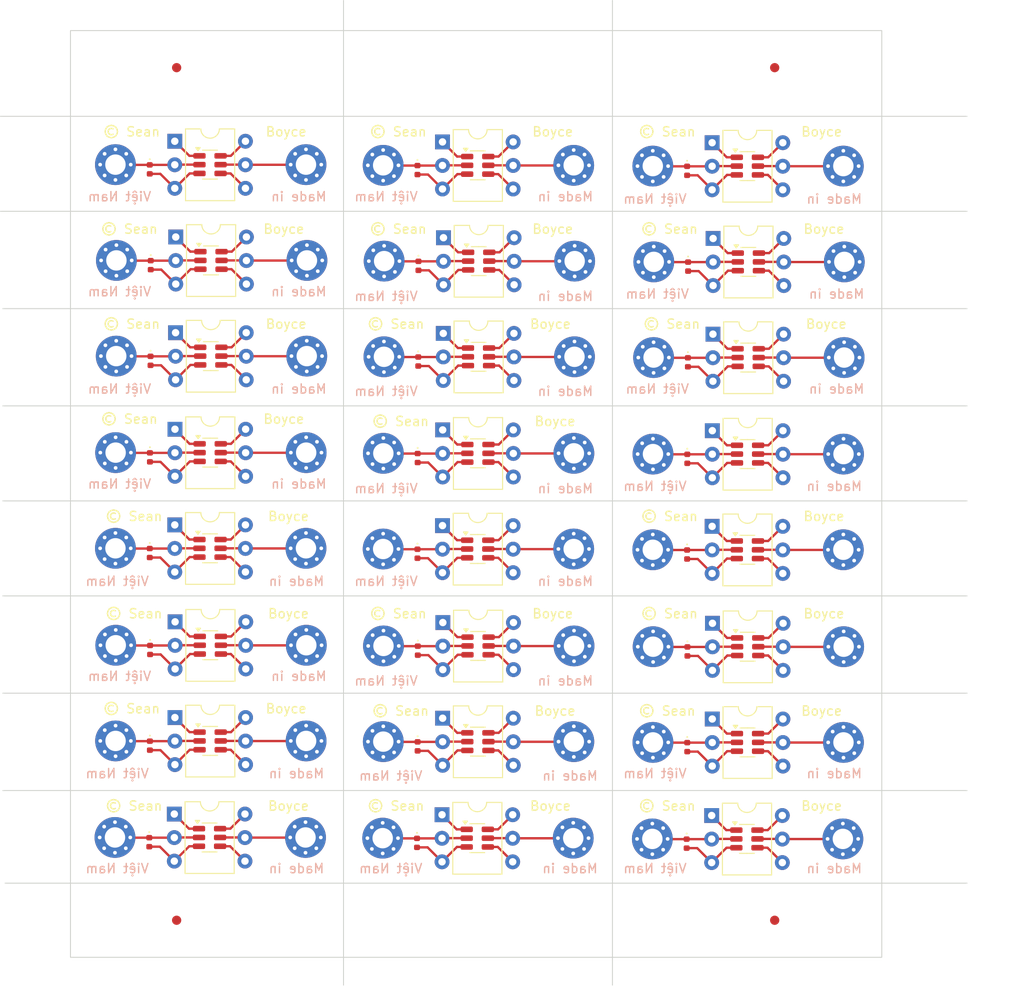
<source format=kicad_pcb>
(kicad_pcb (version 20221018) (generator pcbnew)
  (layers (0 "F.Cu" signal) (31 "B.Cu" signal) (34 "B.Paste" user) (35 "F.Paste" user) (36 "B.SilkS" user "B.Silkscreen") (37 "F.SilkS" user "F.Silkscreen") (38 "B.Mask" user) (39 "F.Mask" user) (44 "Edge.Cuts" user))
  (net 0 "")
  (net 1 "Net-(D1-K)")
  (net 2 "Net-(D1-A)")
  (net 3 "Net-(J1-Pin_1)")
  (net 4 "Net-(J1-Pin_4)")
  (net 5 "Net-(J1-Pin_5)")
  (net 6 "Net-(J1-Pin_6)")
  (footprint "MountingHole:MountingHole_2.2mm_M2_Pad_Via" (layer "F.Cu") (at 185.08875 109.725)
    (fp_text reference "H2" hide)
    (fp_text value "MountingHole_Pad" hide)
  )
  (footprint "MountingHole:MountingHole_2.2mm_M2_Pad_Via" (layer "F.Cu") (at 156.22 78.54)
    (fp_text reference "H2" hide)
    (fp_text value "MountingHole_Pad" hide)
  )
  (footprint "LED_SMD:LED_0402_1005Metric" (layer "F.Cu") (at 197.41 58.4675 -90)
    (fp_text reference "D1" hide)
    (fp_text value "LED" hide)
  )
  (footprint "MountingHole:MountingHole_2.2mm_M2_Pad_Via" (layer "F.Cu") (at 156.15 120.065)
    (fp_text reference "H2" hide)
    (fp_text value "MountingHole_Pad" hide)
  )
  (footprint "MountingHole:MountingHole_2.2mm_M2_Pad_Via" (layer "F.Cu") (at 135.65 47.465)
    (fp_text reference "H1" hide)
    (fp_text value "MountingHole_Pad" hide)
  )
  (footprint "Package_DIP:DIP-6_W7.62mm" (layer "F.Cu") (at 170.94375 76.09)
    (fp_text reference "J1" hide)
    (fp_text value "Conn_01x06_Pin" hide)
  )
  (footprint "Package_TO_SOT_SMD:SOT-23-6" (layer "F.Cu") (at 203.82 109.8075)
    (fp_text reference "U1" hide)
    (fp_text value "ATtiny10-TS" hide)
  )
  (footprint "Package_TO_SOT_SMD:SOT-23-6" (layer "F.Cu") (at 203.825 78.6975)
    (fp_text reference "U1" hide)
    (fp_text value "ATtiny10-TS" hide)
  )
  (footprint "MountingHole:MountingHole_2mm" (layer "F.Cu") (at 215.75 35.5)
    (fp_text reference "H5" hide)
    (fp_text value "MountingHole" hide)
  )
  (footprint "Package_DIP:DIP-6_W7.62mm" (layer "F.Cu") (at 170.92375 45.015)
    (fp_text reference "J1" hide)
    (fp_text value "Conn_01x06_Pin" hide)
  )
  (footprint "Package_DIP:DIP-6_W7.62mm" (layer "F.Cu") (at 200.025 76.1725)
    (fp_text reference "J1" hide)
    (fp_text value "Conn_01x06_Pin" hide)
  )
  (footprint "MountingHole:MountingHole_2.2mm_M2_Pad_Via" (layer "F.Cu") (at 185.17875 57.875)
    (fp_text reference "H2" hide)
    (fp_text value "MountingHole_Pad" hide)
  )
  (footprint "Package_DIP:DIP-6_W7.62mm" (layer "F.Cu") (at 199.955 117.6975)
    (fp_text reference "J1" hide)
    (fp_text value "Conn_01x06_Pin" hide)
  )
  (footprint "MountingHole:MountingHole_2.2mm_M2_Pad_Via" (layer "F.Cu") (at 135.6 120.065)
    (fp_text reference "H1" hide)
    (fp_text value "MountingHole_Pad" hide)
  )
  (footprint "LED_SMD:LED_0402_1005Metric" (layer "F.Cu") (at 168.22375 89.45 -90)
    (fp_text reference "D1" hide)
    (fp_text value "LED" hide)
  )
  (footprint "Package_TO_SOT_SMD:SOT-23-6" (layer "F.Cu") (at 145.865 109.65)
    (fp_text reference "U1" hide)
    (fp_text value "ATtiny10-TS" hide)
  )
  (footprint "LED_SMD:LED_0402_1005Metric" (layer "F.Cu") (at 139.435 68.635 -90)
    (fp_text reference "D1" hide)
    (fp_text value "LED" hide)
  )
  (footprint "Package_TO_SOT_SMD:SOT-23-6" (layer "F.Cu") (at 203.805 47.6225)
    (fp_text reference "U1" hide)
    (fp_text value "ATtiny10-TS" hide)
  )
  (footprint "MountingHole:MountingHole_2.2mm_M2_Pad_Via" (layer "F.Cu") (at 214.17 109.8075)
    (fp_text reference "H2" hide)
    (fp_text value "MountingHole_Pad" hide)
  )
  (footprint "MountingHole:MountingHole_2.2mm_M2_Pad_Via" (layer "F.Cu") (at 193.69 68.2825)
    (fp_text reference "H1" hide)
    (fp_text value "MountingHole_Pad" hide)
  )
  (footprint "MountingHole:MountingHole_2mm" (layer "F.Cu") (at 133.25 35.5)
    (fp_text reference "H4" hide)
    (fp_text value "MountingHole" hide)
  )
  (footprint "MountingHole:MountingHole_2.2mm_M2_Pad_Via" (layer "F.Cu") (at 135.67 78.54)
    (fp_text reference "H1" hide)
    (fp_text value "MountingHole_Pad" hide)
  )
  (footprint "Package_TO_SOT_SMD:SOT-23-6" (layer "F.Cu") (at 145.85 47.465)
    (fp_text reference "U1" hide)
    (fp_text value "ATtiny10-TS" hide)
  )
  (footprint "Package_TO_SOT_SMD:SOT-23-6" (layer "F.Cu") (at 174.72375 47.54)
    (fp_text reference "U1" hide)
    (fp_text value "ATtiny10-TS" hide)
  )
  (footprint "LED_SMD:LED_0402_1005Metric" (layer "F.Cu") (at 197.34 99.9925 -90)
    (fp_text reference "D1" hide)
    (fp_text value "LED" hide)
  )
  (footprint "Package_DIP:DIP-6_W7.62mm" (layer "F.Cu") (at 170.93875 107.2)
    (fp_text reference "J1" hide)
    (fp_text value "Conn_01x06_Pin" hide)
  )
  (footprint "MountingHole:MountingHole_2.2mm_M2_Pad_Via" (layer "F.Cu") (at 214.155 89.0225)
    (fp_text reference "H2" hide)
    (fp_text value "MountingHole_Pad" hide)
  )
  (footprint "LED_SMD:LED_0402_1005Metric" (layer "F.Cu") (at 197.305 48.1325 -90)
    (fp_text reference "D1" hide)
    (fp_text value "LED" hide)
  )
  (footprint "MountingHole:MountingHole_2.2mm_M2_Pad_Via" (layer "F.Cu") (at 214.19 99.4825)
    (fp_text reference "H2" hide)
    (fp_text value "MountingHole_Pad" hide)
  )
  (footprint "LED_SMD:LED_0402_1005Metric" (layer "F.Cu") (at 197.255 120.7325 -90)
    (fp_text reference "D1" hide)
    (fp_text value "LED" hide)
  )
  (footprint "MountingHole:MountingHole_2.2mm_M2_Pad_Via" (layer "F.Cu") (at 135.755 57.8)
    (fp_text reference "H1" hide)
    (fp_text value "MountingHole_Pad" hide)
  )
  (footprint "LED_SMD:LED_0402_1005Metric" (layer "F.Cu") (at 168.30875 68.71 -90)
    (fp_text reference "D1" hide)
    (fp_text value "LED" hide)
  )
  (footprint "MountingHole:MountingHole_2.2mm_M2_Pad_Via" (layer "F.Cu") (at 185.07375 47.54)
    (fp_text reference "H2" hide)
    (fp_text value "MountingHole_Pad" hide)
  )
  (footprint "LED_SMD:LED_0402_1005Metric" (layer "F.Cu") (at 139.385 99.835 -90)
    (fp_text reference "D1" hide)
    (fp_text value "LED" hide)
  )
  (footprint "Package_TO_SOT_SMD:SOT-23-6" (layer "F.Cu") (at 174.74375 78.615)
    (fp_text reference "U1" hide)
    (fp_text value "ATtiny10-TS" hide)
  )
  (footprint "Package_TO_SOT_SMD:SOT-23-6" (layer "F.Cu") (at 203.89 68.2825)
    (fp_text reference "U1" hide)
    (fp_text value "ATtiny10-TS" hide)
  )
  (footprint "Package_TO_SOT_SMD:SOT-23-6" (layer "F.Cu") (at 174.75875 99.4)
    (fp_text reference "U1" hide)
    (fp_text value "ATtiny10-TS" hide)
  )
  (footprint "MountingHole:MountingHole_2mm" (layer "F.Cu") (at 133.25 130.5)
    (fp_text reference "H6" hide)
    (fp_text value "MountingHole" hide)
  )
  (footprint "LED_SMD:LED_0402_1005Metric" (layer "F.Cu") (at 139.37 79.05 -90)
    (fp_text reference "D1" hide)
    (fp_text value "LED" hide)
  )
  (footprint "MountingHole:MountingHole_2.2mm_M2_Pad_Via" (layer "F.Cu") (at 214.155 47.6225)
    (fp_text reference "H2" hide)
    (fp_text value "MountingHole_Pad" hide)
  )
  (footprint "MountingHole:MountingHole_2.2mm_M2_Pad_Via" (layer "F.Cu") (at 185.02375 120.14)
    (fp_text reference "H2" hide)
    (fp_text value "MountingHole_Pad" hide)
  )
  (footprint "Package_DIP:DIP-6_W7.62mm" (layer "F.Cu") (at 142.05 44.94)
    (fp_text reference "J1" hide)
    (fp_text value "Conn_01x06_Pin" hide)
  )
  (footprint "MountingHole:MountingHole_2mm" (layer "F.Cu") (at 215.75 130.5)
    (fp_text reference "H3" hide)
    (fp_text value "MountingHole" hide)
  )
  (footprint "Package_TO_SOT_SMD:SOT-23-6" (layer "F.Cu") (at 174.67375 120.14)
    (fp_text reference "U1" hide)
    (fp_text value "ATtiny10-TS" hide)
  )
  (footprint "Package_TO_SOT_SMD:SOT-23-6" (layer "F.Cu") (at 145.87 78.54)
    (fp_text reference "U1" hide)
    (fp_text value "ATtiny10-TS" hide)
  )
  (footprint "Package_DIP:DIP-6_W7.62mm" (layer "F.Cu") (at 170.87375 117.615)
    (fp_text reference "J1" hide)
    (fp_text value "Conn_01x06_Pin" hide)
  )
  (footprint "LED_SMD:LED_0402_1005Metric" (layer "F.Cu") (at 168.22375 48.05 -90)
    (fp_text reference "D1" hide)
    (fp_text value "LED" hide)
  )
  (footprint "MountingHole:MountingHole_2.2mm_M2_Pad_Via" (layer "F.Cu") (at 193.605 47.6225)
    (fp_text reference "H1" hide)
    (fp_text value "MountingHole_Pad" hide)
  )
  (footprint "MountingHole:MountingHole_2.2mm_M2_Pad_Via" (layer "F.Cu") (at 193.62 109.8075)
    (fp_text reference "H1" hide)
    (fp_text value "MountingHole_Pad" hide)
  )
  (footprint "MountingHole:MountingHole_2.2mm_M2_Pad_Via" (layer "F.Cu") (at 214.24 68.2825)
    (fp_text reference "H2" hide)
    (fp_text value "MountingHole_Pad" hide)
  )
  (footprint "LED_SMD:LED_0402_1005Metric" (layer "F.Cu") (at 139.3 120.575 -90)
    (fp_text reference "D1" hide)
    (fp_text value "LED" hide)
  )
  (footprint "Package_DIP:DIP-6_W7.62mm" (layer "F.Cu") (at 142.135 65.6)
    (fp_text reference "J1" hide)
    (fp_text value "Conn_01x06_Pin" hide)
  )
  (footprint "MountingHole:MountingHole_2.2mm_M2_Pad_Via" (layer "F.Cu") (at 193.555 120.2225)
    (fp_text reference "H1" hide)
    (fp_text value "MountingHole_Pad" hide)
  )
  (footprint "Package_DIP:DIP-6_W7.62mm" (layer "F.Cu") (at 200.005 45.0975)
    (fp_text reference "J1" hide)
    (fp_text value "Conn_01x06_Pin" hide)
  )
  (footprint "Package_TO_SOT_SMD:SOT-23-6" (layer "F.Cu") (at 174.72375 88.94)
    (fp_text reference "U1" hide)
    (fp_text value "ATtiny10-TS" hide)
  )
  (footprint "MountingHole:MountingHole_2.2mm_M2_Pad_Via" (layer "F.Cu") (at 156.285 68.125)
    (fp_text reference "H2" hide)
    (fp_text value "MountingHole_Pad" hide)
  )
  (footprint "LED_SMD:LED_0402_1005Metric" (layer "F.Cu") (at 197.39 68.7925 -90)
    (fp_text reference "D1" hide)
    (fp_text value "LED" hide)
  )
  (footprint "MountingHole:MountingHole_2.2mm_M2_Pad_Via" (layer "F.Cu") (at 156.2 88.865)
    (fp_text reference "H2" hide)
    (fp_text value "MountingHole_Pad" hide)
  )
  (footprint "MountingHole:MountingHole_2.2mm_M2_Pad_Via" (layer "F.Cu") (at 156.305 57.8)
    (fp_text reference "H2" hide)
    (fp_text value "MountingHole_Pad" hide)
  )
  (footprint "Package_DIP:DIP-6_W7.62mm" (layer "F.Cu") (at 200.04 96.9575)
    (fp_text reference "J1" hide)
    (fp_text value "Conn_01x06_Pin" hide)
  )
  (footprint "Package_TO_SOT_SMD:SOT-23-6" (layer "F.Cu") (at 174.82875 57.875)
    (fp_text reference "U1" hide)
    (fp_text value "ATtiny10-TS" hide)
  )
  (footprint "LED_SMD:LED_0402_1005Metric" (layer "F.Cu") (at 139.365 110.16 -90)
    (fp_text reference "D1" hide)
    (fp_text value "LED" hide)
  )
  (footprint "LED_SMD:LED_0402_1005Metric" (layer "F.Cu") (at 139.35 47.975 -90)
    (fp_text reference "D1" hide)
    (fp_text value "LED" hide)
  )
  (footprint "Package_DIP:DIP-6_W7.62mm" (layer "F.Cu") (at 170.95875 96.875)
    (fp_text reference "J1" hide)
    (fp_text value "Conn_01x06_Pin" hide)
  )
  (footprint "Package_TO_SOT_SMD:SOT-23-6" (layer "F.Cu") (at 203.84 99.4825)
    (fp_text reference "U1" hide)
    (fp_text value "ATtiny10-TS" hide)
  )
  (footprint "LED_SMD:LED_0402_1005Metric" (layer "F.Cu") (at 197.325 79.2075 -90)
    (fp_text reference "D1" hide)
    (fp_text value "LED" hide)
  )
  (footprint "MountingHole:MountingHole_2.2mm_M2_Pad_Via" (layer "F.Cu") (at 214.26 57.9575)
    (fp_text reference "H2" hide)
    (fp_text value "MountingHole_Pad" hide)
  )
  (footprint "MountingHole:MountingHole_2.2mm_M2_Pad_Via" (layer "F.Cu") (at 214.175 78.6975)
    (fp_text reference "H2" hide)
    (fp_text value "MountingHole_Pad" hide)
  )
  (footprint "MountingHole:MountingHole_2.2mm_M2_Pad_Via" (layer "F.Cu") (at 193.625 78.6975)
    (fp_text reference "H1" hide)
    (fp_text value "MountingHole_Pad" hide)
  )
  (footprint "Package_DIP:DIP-6_W7.62mm" (layer "F.Cu") (at 142 117.54)
    (fp_text reference "J1" hide)
    (fp_text value "Conn_01x06_Pin" hide)
  )
  (footprint "Package_TO_SOT_SMD:SOT-23-6" (layer "F.Cu") (at 174.80875 68.2)
    (fp_text reference "U1" hide)
    (fp_text value "ATtiny10-TS" hide)
  )
  (footprint "Package_TO_SOT_SMD:SOT-23-6" (layer "F.Cu") (at 145.8 120.065)
    (fp_text reference "U1" hide)
    (fp_text value "ATtiny10-TS" hide)
  )
  (footprint "Fiducial:Fiducial_1mm_Mask3mm" (layer "F.Cu") (at 206.75 129)
    (fp_text reference "FID3" hide)
    (fp_text value "Fiducial" hide)
  )
  (footprint "Package_DIP:DIP-6_W7.62mm" (layer "F.Cu") (at 200.11 55.4325)
    (fp_text reference "J1" hide)
    (fp_text value "Conn_01x06_Pin" hide)
  )
  (footprint "Package_TO_SOT_SMD:SOT-23-6" (layer "F.Cu") (at 174.73875 109.725)
    (fp_text reference "U1" hide)
    (fp_text value "ATtiny10-TS" hide)
  )
  (footprint "MountingHole:MountingHole_2.2mm_M2_Pad_Via" (layer "F.Cu") (at 185.10875 99.4)
    (fp_text reference "H2" hide)
    (fp_text value "MountingHole_Pad" hide)
  )
  (footprint "LED_SMD:LED_0402_1005Metric" (layer "F.Cu") (at 139.455 58.31 -90)
    (fp_text reference "D1" hide)
    (fp_text value "LED" hide)
  )
  (footprint "Fiducial:Fiducial_1mm_Mask3mm" (layer "F.Cu") (at 142.25 37)
    (fp_text reference "FID4" hide)
    (fp_text value "Fiducial" hide)
  )
  (footprint "MountingHole:MountingHole_2.2mm_M2_Pad_Via" (layer "F.Cu") (at 164.62875 57.875)
    (fp_text reference "H1" hide)
    (fp_text value "MountingHole_Pad" hide)
  )
  (footprint "LED_SMD:LED_0402_1005Metric" (layer "F.Cu") (at 197.32 110.3175 -90)
    (fp_text reference "D1" hide)
    (fp_text value "LED" hide)
  )
  (footprint "Package_DIP:DIP-6_W7.62mm" (layer "F.Cu") (at 200.005 86.4975)
    (fp_text reference "J1" hide)
    (fp_text value "Conn_01x06_Pin" hide)
  )
  (footprint "MountingHole:MountingHole_2.2mm_M2_Pad_Via" (layer "F.Cu") (at 164.54375 78.615)
    (fp_text reference "H1" hide)
    (fp_text value "MountingHole_Pad" hide)
  )
  (footprint "MountingHole:MountingHole_2.2mm_M2_Pad_Via" (layer "F.Cu") (at 135.665 109.65)
    (fp_text reference "H1" hide)
    (fp_text value "MountingHole_Pad" hide)
  )
  (footprint "LED_SMD:LED_0402_1005Metric" (layer "F.Cu") (at 168.23875 110.235 -90)
    (fp_text reference "D1" hide)
    (fp_text value "LED" hide)
  )
  (footprint "LED_SMD:LED_0402_1005Metric" (layer "F.Cu") (at 197.305 89.5325 -90)
    (fp_text reference "D1" hide)
    (fp_text value "LED" hide)
  )
  (footprint "MountingHole:MountingHole_2.2mm_M2_Pad_Via" (layer "F.Cu") (at 135.685 99.325)
    (fp_text reference "H1" hide)
    (fp_text value "MountingHole_Pad" hide)
  )
  (footprint "Package_DIP:DIP-6_W7.62mm" (layer "F.Cu") (at 142.05 86.34)
    (fp_text reference "J1" hide)
    (fp_text value "Conn_01x06_Pin" hide)
  )
  (footprint "LED_SMD:LED_0402_1005Metric" (layer "F.Cu") (at 139.35 89.375 -90)
    (fp_text reference "D1" hide)
    (fp_text value "LED" hide)
  )
  (footprint "Package_DIP:DIP-6_W7.62mm" (layer "F.Cu") (at 200.02 107.2825)
    (fp_text reference "J1" hide)
    (fp_text value "Conn_01x06_Pin" hide)
  )
  (footprint "MountingHole:MountingHole_2.2mm_M2_Pad_Via" (layer "F.Cu") (at 156.2 47.465)
    (fp_text reference "H2" hide)
    (fp_text value "MountingHole_Pad" hide)
  )
  (footprint "Package_DIP:DIP-6_W7.62mm" (layer "F.Cu") (at 170.92375 86.415)
    (fp_text reference "J1" hide)
    (fp_text value "Conn_01x06_Pin" hide)
  )
  (footprint "MountingHole:MountingHole_2.2mm_M2_Pad_Via" (layer "F.Cu") (at 214.105 120.2225)
    (fp_text reference "H2" hide)
    (fp_text value "MountingHole_Pad" hide)
  )
  (footprint "MountingHole:MountingHole_2.2mm_M2_Pad_Via" (layer "F.Cu") (at 185.07375 88.94)
    (fp_text reference "H2" hide)
    (fp_text value "MountingHole_Pad" hide)
  )
  (footprint "Package_DIP:DIP-6_W7.62mm" (layer "F.Cu") (at 142.155 55.275)
    (fp_text reference "J1" hide)
    (fp_text value "Conn_01x06_Pin" hide)
  )
  (footprint "Package_DIP:DIP-6_W7.62mm" (layer "F.Cu") (at 171.00875 65.675)
    (fp_text reference "J1" hide)
    (fp_text value "Conn_01x06_Pin" hide)
  )
  (footprint "MountingHole:MountingHole_2.2mm_M2_Pad_Via" (layer "F.Cu") (at 164.53875 109.725)
    (fp_text reference "H1" hide)
    (fp_text value "MountingHole_Pad" hide)
  )
  (footprint "Package_DIP:DIP-6_W7.62mm" (layer "F.Cu") (at 142.085 96.8)
    (fp_text reference "J1" hide)
    (fp_text value "Conn_01x06_Pin" hide)
  )
  (footprint "Package_DIP:DIP-6_W7.62mm" (layer "F.Cu") (at 142.065 107.125)
    (fp_text reference "J1" hide)
    (fp_text value "Conn_01x06_Pin" hide)
  )
  (footprint "Package_DIP:DIP-6_W7.62mm" (layer "F.Cu") (at 142.07 76.015)
    (fp_text reference "J1" hide)
    (fp_text value "Conn_01x06_Pin" hide)
  )
  (footprint "Package_TO_SOT_SMD:SOT-23-6" (layer "F.Cu") (at 145.85 88.865)
    (fp_text reference "U1" hide)
    (fp_text value "ATtiny10-TS" hide)
  )
  (footprint "MountingHole:MountingHole_2.2mm_M2_Pad_Via" (layer "F.Cu") (at 135.65 88.865)
    (fp_text reference "H1" hide)
    (fp_text value "MountingHole_Pad" hide)
  )
  (footprint "MountingHole:MountingHole_2.2mm_M2_Pad_Via" (layer "F.Cu") (at 193.71 57.9575)
    (fp_text reference "H1" hide)
    (fp_text value "MountingHole_Pad" hide)
  )
  (footprint "MountingHole:MountingHole_2.2mm_M2_Pad_Via" (layer "F.Cu") (at 156.215 109.65)
    (fp_text reference "H2" hide)
    (fp_text value "MountingHole_Pad" hide)
  )
  (footprint "MountingHole:MountingHole_2.2mm_M2_Pad_Via" (layer "F.Cu") (at 193.64 99.4825)
    (fp_text reference "H1" hide)
    (fp_text value "MountingHole_Pad" hide)
  )
  (footprint "MountingHole:MountingHole_2.2mm_M2_Pad_Via" (layer "F.Cu") (at 164.52375 47.54)
    (fp_text reference "H1" hide)
    (fp_text value "MountingHole_Pad" hide)
  )
  (footprint "LED_SMD:LED_0402_1005Metric" (layer "F.Cu") (at 168.25875 99.91 -90)
    (fp_text reference "D1" hide)
    (fp_text value "LED" hide)
  )
  (footprint "Package_DIP:DIP-6_W7.62mm" (layer "F.Cu") (at 200.09 65.7575)
    (fp_text reference "J1" hide)
    (fp_text value "Conn_01x06_Pin" hide)
  )
  (footprint "LED_SMD:LED_0402_1005Metric" (layer "F.Cu") (at 168.24375 79.125 -90)
    (fp_text reference "D1" hide)
    (fp_text value "LED" hide)
  )
  (footprint "Package_TO_SOT_SMD:SOT-23-6" (layer "F.Cu") (at 145.935 68.125)
    (fp_text reference "U1" hide)
    (fp_text value "ATtiny10-TS" hide)
  )
  (footprint "Package_TO_SOT_SMD:SOT-23-6" (layer "F.Cu") (at 145.955 57.8)
    (fp_text reference "U1" hide)
    (fp_text value "ATtiny10-TS" hide)
  )
  (footprint "MountingHole:MountingHole_2.2mm_M2_Pad_Via" (layer "F.Cu") (at 135.735 68.125)
    (fp_text reference "H1" hide)
    (fp_text value "MountingHole_Pad" hide)
  )
  (footprint "Package_TO_SOT_SMD:SOT-23-6" (layer "F.Cu") (at 145.885 99.325)
    (fp_text reference "U1" hide)
    (fp_text value "ATtiny10-TS" hide)
  )
  (footprint "MountingHole:MountingHole_2.2mm_M2_Pad_Via" (layer "F.Cu") (at 185.09375 78.615)
    (fp_text reference "H2" hide)
    (fp_text value "MountingHole_Pad" hide)
  )
  (footprint "MountingHole:MountingHole_2.2mm_M2_Pad_Via" (layer "F.Cu") (at 164.55875 99.4)
    (fp_text reference "H1" hide)
    (fp_text value "MountingHole_Pad" hide)
  )
  (footprint "MountingHole:MountingHole_2.2mm_M2_Pad_Via" (layer "F.Cu") (at 164.47375 120.14)
    (fp_text reference "H1" hide)
    (fp_text value "MountingHole_Pad" hide)
  )
  (footprint "Fiducial:Fiducial_1mm_Mask3mm" (layer "F.Cu") (at 206.75 37)
    (fp_text reference "FID1" hide)
    (fp_text value "Fiducial" hide)
  )
  (footprint "Package_TO_SOT_SMD:SOT-23-6" (layer "F.Cu") (at 203.91 57.9575)
    (fp_text reference "U1" hide)
    (fp_text value "ATtiny10-TS" hide)
  )
  (footprint "LED_SMD:LED_0402_1005Metric" (layer "F.Cu") (at 168.17375 120.65 -90)
    (fp_text reference "D1" hide)
    (fp_text value "LED" hide)
  )
  (footprint "Fiducial:Fiducial_1mm_Mask3mm" (layer "F.Cu") (at 142.25 129)
    (fp_text reference "FID2" hide)
    (fp_text value "Fiducial" hide)
  )
  (footprint "MountingHole:MountingHole_2.2mm_M2_Pad_Via" (layer "F.Cu") (at 164.52375 88.94)
    (fp_text reference "H1" hide)
    (fp_text value "MountingHole_Pad" hide)
  )
  (footprint "Package_TO_SOT_SMD:SOT-23-6" (layer "F.Cu") (at 203.805 89.0225)
    (fp_text reference "U1" hide)
    (fp_text value "ATtiny10-TS" hide)
  )
  (footprint "MountingHole:MountingHole_2.2mm_M2_Pad_Via" (layer "F.Cu") (at 193.605 89.0225)
    (fp_text reference "H1" hide)
    (fp_text value "MountingHole_Pad" hide)
  )
  (footprint "LED_SMD:LED_0402_1005Metric" (layer "F.Cu") (at 168.32875 58.385 -90)
    (fp_text reference "D1" hide)
    (fp_text value "LED" hide)
  )
  (footprint "MountingHole:MountingHole_2.2mm_M2_Pad_Via" (layer "F.Cu") (at 164.60875 68.2)
    (fp_text reference "H1" hide)
    (fp_text value "MountingHole_Pad" hide)
  )
  (footprint "MountingHole:MountingHole_2.2mm_M2_Pad_Via" (layer "F.Cu") (at 185.15875 68.2)
    (fp_text reference "H2" hide)
    (fp_text value "MountingHole_Pad" hide)
  )
  (footprint "Package_DIP:DIP-6_W7.62mm" (layer "F.Cu") (at 171.02875 55.35)
    (fp_text reference "J1" hide)
    (fp_text value "Conn_01x06_Pin" hide)
  )
  (footprint "Package_TO_SOT_SMD:SOT-23-6" (layer "F.Cu") (at 203.755 120.2225)
    (fp_text reference "U1" hide)
    (fp_text value "ATtiny10-TS" hide)
  )
  (footprint "MountingHole:MountingHole_2.2mm_M2_Pad_Via" (layer "F.Cu") (at 156.235 99.325)
    (fp_text reference "H2" hide)
    (fp_text value "MountingHole_Pad" hide)
  )
  (gr_line (start 189.25 136) (end 189.25 29.75) (stroke (width 0.1)) (layer "Edge.Cuts"))
  (gr_rect (start 130.8 33) (end 218.3 133) (stroke (width 0.1)) (fill none) (layer "Edge.Cuts"))
  (gr_line (start 123.5 63) (end 227.5 63) (stroke (width 0.1)) (layer "Edge.Cuts"))
  (gr_line (start 123.5 73.5) (end 227.5 73.5) (stroke (width 0.1)) (layer "Edge.Cuts"))
  (gr_line (start 123.75 125) (end 227.5 125) (stroke (width 0.1)) (layer "Edge.Cuts"))
  (gr_line (start 123.5 115) (end 227.5 115) (stroke (width 0.1)) (layer "Edge.Cuts"))
  (gr_line (start 123.25 52.5) (end 227.5 52.5) (stroke (width 0.1)) (layer "Edge.Cuts"))
  (gr_line (start 123.5 94) (end 227.5 94) (stroke (width 0.1)) (layer "Edge.Cuts"))
  (gr_line (start 123.5 104.5) (end 227.5 104.5) (stroke (width 0.1)) (layer "Edge.Cuts"))
  (gr_line (start 123.25 42.25) (end 227.5 42.25) (stroke (width 0.1)) (layer "Edge.Cuts"))
  (gr_line (start 123.5 83.75) (end 227.5 83.75) (stroke (width 0.1)) (layer "Edge.Cuts"))
  (gr_line (start 160.25 29.75) (end 160.25 136) (stroke (width 0.1)) (layer "Edge.Cuts"))
  (gr_text "Made in                 Việt Nam" (at 158.5 51.5) (layer "B.SilkS") (effects (font (size 1 1)) (justify left bottom mirror)))
  (gr_text "Made in                 Việt Nam" (at 187.25 62.25) (layer "B.SilkS") (effects (font (size 1 1)) (justify left bottom mirror)))
  (gr_text "Made in                 Việt Nam" (at 158.5 82.5) (layer "B.SilkS") (effects (font (size 1 1)) (justify left bottom mirror)))
  (gr_text "Made in                 Việt Nam" (at 158.25 93) (layer "B.SilkS") (effects (font (size 1 1)) (justify left bottom mirror)))
  (gr_text "Made in                 Việt Nam" (at 158.5 72.25) (layer "B.SilkS") (effects (font (size 1 1)) (justify left bottom mirror)))
  (gr_text "Made in                 Việt Nam" (at 187.75 124) (layer "B.SilkS") (effects (font (size 1 1)) (justify left bottom mirror)))
  (gr_text "Made in                 Việt Nam" (at 216.25 51.75) (layer "B.SilkS") (effects (font (size 1 1)) (justify left bottom mirror)))
  (gr_text "Made in                 Việt Nam" (at 187.75 114) (layer "B.SilkS") (effects (font (size 1 1)) (justify left bottom mirror)))
  (gr_text "Made in                 Việt Nam" (at 187.25 51.5) (layer "B.SilkS") (effects (font (size 1 1)) (justify left bottom mirror)))
  (gr_text "Made in                 Việt Nam" (at 216.25 113.75) (layer "B.SilkS") (effects (font (size 1 1)) (justify left bottom mirror)))
  (gr_text "Made in                 Việt Nam" (at 158.5 61.75) (layer "B.SilkS") (effects (font (size 1 1)) (justify left bottom mirror)))
  (gr_text "Made in                 Việt Nam" (at 187.25 83) (layer "B.SilkS") (effects (font (size 1 1)) (justify left bottom mirror)))
  (gr_text "Made in                 Việt Nam" (at 216.5 72.25) (layer "B.SilkS") (effects (font (size 1 1)) (justify left bottom mirror)))
  (gr_text "Made in                 Việt Nam" (at 216.25 124) (layer "B.SilkS") (effects (font (size 1 1)) (justify left bottom mirror)))
  (gr_text "Made in                 Việt Nam" (at 187.25 103.75) (layer "B.SilkS") (effects (font (size 1 1)) (justify left bottom mirror)))
  (gr_text "Made in                 Việt Nam" (at 158.25 124) (layer "B.SilkS") (effects (font (size 1 1)) (justify left bottom mirror)))
  (gr_text "Made in                 Việt Nam" (at 216.5 62) (layer "B.SilkS") (effects (font (size 1 1)) (justify left bottom mirror)))
  (gr_text "Made in                 Việt Nam" (at 158.25 113.75) (layer "B.SilkS") (effects (font (size 1 1)) (justify left bottom mirror)))
  (gr_text "Made in                 Việt Nam" (at 216.25 82.75) (layer "B.SilkS") (effects (font (size 1 1)) (justify left bottom mirror)))
  (gr_text "Made in                 Việt Nam" (at 187.25 72.5) (layer "B.SilkS") (effects (font (size 1 1)) (justify left bottom mirror)))
  (gr_text "Made in                 Việt Nam" (at 158.5 103.25) (layer "B.SilkS") (effects (font (size 1 1)) (justify left bottom mirror)))
  (gr_text "Made in                 Việt Nam" (at 187.25 93) (layer "B.SilkS") (effects (font (size 1 1)) (justify left bottom mirror)))
  (gr_text "© Sean               Boyce" (at 134.25 65.25) (layer "F.SilkS") (effects (font (size 1 1)) (justify left bottom)))
  (gr_text "© Sean               Boyce" (at 192 117.25) (layer "F.SilkS") (effects (font (size 1 1)) (justify left bottom)))
  (gr_text "© Sean               Boyce" (at 163 44.5) (layer "F.SilkS") (effects (font (size 1 1)) (justify left bottom)))
  (gr_text "© Sean               Boyce" (at 134 55) (layer "F.SilkS") (effects (font (size 1 1)) (justify left bottom)))
  (gr_text "© Sean               Boyce" (at 163.25 107) (layer "F.SilkS") (effects (font (size 1 1)) (justify left bottom)))
  (gr_text "© Sean               Boyce" (at 192.25 86) (layer "F.SilkS") (effects (font (size 1 1)) (justify left bottom)))
  (gr_text "© Sean               Boyce" (at 134.25 106.75) (layer "F.SilkS") (effects (font (size 1 1)) (justify left bottom)))
  (gr_text "© Sean               Boyce" (at 134.25 44.5) (layer "F.SilkS") (effects (font (size 1 1)) (justify left bottom)))
  (gr_text "© Sean               Boyce" (at 134.5 96.5) (layer "F.SilkS") (effects (font (size 1 1)) (justify left bottom)))
  (gr_text "© Sean               Boyce" (at 192 107) (layer "F.SilkS") (effects (font (size 1 1)) (justify left bottom)))
  (gr_text "© Sean               Boyce" (at 192.25 55) (layer "F.SilkS") (effects (font (size 1 1)) (justify left bottom)))
  (gr_text "© Sean               Boyce" (at 163 55) (layer "F.SilkS") (effects (font (size 1 1)) (justify left bottom)))
  (gr_text "© Sean               Boyce" (at 134 75.5) (layer "F.SilkS") (effects (font (size 1 1)) (justify left bottom)))
  (gr_text "© Sean               Boyce" (at 192.25 96.5) (layer "F.SilkS") (effects (font (size 1 1)) (justify left bottom)))
  (gr_text "© Sean               Boyce" (at 163.25 75.75) (layer "F.SilkS") (effects (font (size 1 1)) (justify left bottom)))
  (gr_text "© Sean               Boyce" (at 134.5 117.25) (layer "F.SilkS") (effects (font (size 1 1)) (justify left bottom)))
  (gr_text "© Sean               Boyce" (at 162.75 65.25) (layer "F.SilkS") (effects (font (size 1 1)) (justify left bottom)))
  (gr_text "© Sean               Boyce" (at 192 44.5) (layer "F.SilkS") (effects (font (size 1 1)) (justify left bottom)))
  (gr_text "© Sean               Boyce" (at 192.5 65.25) (layer "F.SilkS") (effects (font (size 1 1)) (justify left bottom)))
  (gr_text "© Sean               Boyce" (at 163 96.5) (layer "F.SilkS") (effects (font (size 1 1)) (justify left bottom)))
  (gr_text "© Sean               Boyce" (at 162.75 117.25) (layer "F.SilkS") (effects (font (size 1 1)) (justify left bottom)))
  (gr_text "© Sean               Boyce" (at 134.5 86) (layer "F.SilkS") (effects (font (size 1 1)) (justify left bottom)))
  (segment (start 197.41 57.9825) (end 200.1 57.9825) (width 0.25) (layer "F.Cu") (net 1))
  (segment (start 170.86375 120.165) (end 170.87375 120.155) (width 0.25) (layer "F.Cu") (net 1))
  (segment (start 197.35 99.4975) (end 197.34 99.5075) (width 0.25) (layer "F.Cu") (net 1))
  (segment (start 137.33 47.495) (end 137.3 47.465) (width 0.25) (layer "F.Cu") (net 1))
  (segment (start 170.94875 99.425) (end 170.95875 99.415) (width 0.25) (layer "F.Cu") (net 1))
  (segment (start 142.145 57.825) (end 142.155 57.815) (width 0.25) (layer "F.Cu") (net 1))
  (segment (start 137.365 99.355) (end 137.335 99.325) (width 0.25) (layer "F.Cu") (net 1))
  (segment (start 170.93875 47.54) (end 170.92375 47.555) (width 0.25) (layer "F.Cu") (net 1))
  (segment (start 168.22375 47.565) (end 166.19875 47.565) (width 0.25) (layer "F.Cu") (net 1))
  (segment (start 195.285 47.6525) (end 195.255 47.6225) (width 0.25) (layer "F.Cu") (net 1))
  (segment (start 197.315 47.6375) (end 197.305 47.6475) (width 0.25) (layer "F.Cu") (net 1))
  (segment (start 197.34 99.5075) (end 195.315 99.5075) (width 0.25) (layer "F.Cu") (net 1))
  (segment (start 195.295 109.8325) (end 195.27 109.8075) (width 0.25) (layer "F.Cu") (net 1))
  (segment (start 197.305 47.6475) (end 195.28 47.6475) (width 0.25) (layer "F.Cu") (net 1))
  (segment (start 168.25875 99.425) (end 170.94875 99.425) (width 0.25) (layer "F.Cu") (net 1))
  (segment (start 170.95375 109.725) (end 170.93875 109.74) (width 0.25) (layer "F.Cu") (net 1))
  (segment (start 141.99 120.09) (end 142 120.08) (width 0.25) (layer "F.Cu") (net 1))
  (segment (start 171.01875 57.9) (end 171.02875 57.89) (width 0.25) (layer "F.Cu") (net 1))
  (segment (start 197.325 78.7225) (end 200.015 78.7225) (width 0.25) (layer "F.Cu") (net 1))
  (segment (start 142.04 47.49) (end 142.05 47.48) (width 0.25) (layer "F.Cu") (net 1))
  (segment (start 168.22375 88.965) (end 166.19875 88.965) (width 0.25) (layer "F.Cu") (net 1))
  (segment (start 200.035 109.8075) (end 200.02 109.8225) (width 0.25) (layer "F.Cu") (net 1))
  (segment (start 195.23 120.2475) (end 195.205 120.2225) (width 0.25) (layer "F.Cu") (net 1))
  (segment (start 168.18375 120.155) (end 168.17375 120.165) (width 0.25) (layer "F.Cu") (net 1))
  (segment (start 173.58625 47.54) (end 170.93875 47.54) (width 0.25) (layer "F.Cu") (net 1))
  (segment (start 168.30875 68.225) (end 170.99875 68.225) (width 0.25) (layer "F.Cu") (net 1))
  (segment (start 197.33 109.8225) (end 197.32 109.8325) (width 0.25) (layer "F.Cu") (net 1))
  (segment (start 192.153274 99.545774) (end 192.09 99.4825) (width 0.25) (layer "F.Cu") (net 1))
  (segment (start 202.7725 57.9575) (end 200.125 57.9575) (width 0.25) (layer "F.Cu") (net 1))
  (segment (start 197.39 68.3075) (end 200.08 68.3075) (width 0.25) (layer "F.Cu") (net 1))
  (segment (start 168.22375 88.965) (end 170.91375 88.965) (width 0.25) (layer "F.Cu") (net 1))
  (segment (start 173.69125 57.875) (end 171.04375 57.875) (width 0.25) (layer "F.Cu") (net 1))
  (segment (start 142.065 47.465) (end 142.05 47.48) (width 0.25) (layer "F.Cu") (net 1))
  (segment (start 142.065 88.865) (end 142.05 88.88) (width 0.25) (layer "F.Cu") (net 1))
  (segment (start 139.385 99.35) (end 142.075 99.35) (width 0.25) (layer "F.Cu") (net 1))
  (segment (start 170.88875 120.14) (end 170.87375 120.155) (width 0.25) (layer "F.Cu") (net 1))
  (segment (start 200.04 78.6975) (end 200.025 78.7125) (width 0.25) (layer "F.Cu") (net 1))
  (segment (start 163.072024 99.463274) (end 163.00875 99.4) (width 0.25) (layer "F.Cu") (net 1))
  (segment (start 202.6675 89.0225) (end 200.02 89.0225) (width 0.25) (layer "F.Cu") (net 1))
  (segment (start 137.345 109.68) (end 137.315 109.65) (width 0.25) (layer "F.Cu") (net 1))
  (segment (start 166.20375 88.97) (end 166.17375 88.94) (width 0.25) (layer "F.Cu") (net 1))
  (segment (start 195.28 89.0475) (end 195.255 89.0225) (width 0.25) (layer "F.Cu") (net 1))
  (segment (start 139.435 68.15) (end 137.41 68.15) (width 0.25) (layer "F.Cu") (net 1))
  (segment (start 163.037024 47.603274) (end 162.97375 47.54) (width 0.25) (layer "F.Cu") (net 1))
  (segment (start 142.055 109.675) (end 142.065 109.665) (width 0.25) (layer "F.Cu") (net 1))
  (segment (start 173.60625 78.615) (end 170.95875 78.615) (width 0.25) (layer "F.Cu") (net 1))
  (segment (start 171.02375 68.2) (end 171.00875 68.215) (width 0.25) (layer "F.Cu") (net 1))
  (segment (start 195.3 78.7225) (end 195.275 78.6975) (width 0.25) (layer "F.Cu") (net 1))
  (segment (start 173.67125 68.2) (end 171.02375 68.2) (width 0.25) (layer "F.Cu") (net 1))
  (segment (start 195.385 57.9825) (end 195.36 57.9575) (width 0.25) (layer "F.Cu") (net 1))
  (segment (start 168.31875 68.215) (end 168.30875 68.225) (width 0.25) (layer "F.Cu") (net 1))
  (segment (start 142.1 99.325) (end 142.085 99.34) (width 0.25) (layer "F.Cu") (net 1))
  (segment (start 139.465 57.815) (end 139.455 57.825) (width 0.25) (layer "F.Cu") (net 1))
  (segment (start 197.315 89.0375) (end 197.305 89.0475) (width 0.25) (layer "F.Cu") (net 1))
  (segment (start 195.32 99.5125) (end 195.29 99.4825) (width 0.25) (layer "F.Cu") (net 1))
  (segment (start 139.3 120.09) (end 137.275 120.09) (width 0.25) (layer "F.Cu") (net 1))
  (segment (start 163.037024 89.003274) (end 162.97375 88.94) (width 0.25) (layer "F.Cu") (net 1))
  (segment (start 142.075 99.35) (end 142.085 99.34) (width 0.25) (layer "F.Cu") (net 1))
  (segment (start 197.325 78.7225) (end 195.3 78.7225) (width 0.25) (layer "F.Cu") (net 1))
  (segment (start 163.142024 57.938274) (end 163.07875 57.875) (width 0.25) (layer "F.Cu") (net 1))
  (segment (start 134.113274 120.128274) (end 134.05 120.065) (width 0.25) (layer "F.Cu") (net 1))
  (segment (start 144.7275 109.65) (end 142.08 109.65) (width 0.25) (layer "F.Cu") (net 1))
  (segment (start 197.32 109.8325) (end 195.295 109.8325) (width 0.25) (layer "F.Cu") (net 1))
  (segment (start 202.6675 47.6225) (end 200.02 47.6225) (width 0.25) (layer "F.Cu") (net 1))
  (segment (start 139.445 68.14) (end 139.435 68.15) (width 0.25) (layer "F.Cu") (net 1))
  (segment (start 139.37 78.565) (end 137.345 78.565) (width 0.25) (layer "F.Cu") (net 1))
  (segment (start 142.085 78.54) (end 142.07 78.555) (width 0.25) (layer "F.Cu") (net 1))
  (segment (start 192.133274 109.870774) (end 192.07 109.8075) (width 0.25) (layer "F.Cu") (net 1))
  (segment (start 192.138274 78.760774) (end 192.075 78.6975) (width 0.25) (layer "F.Cu") (net 1))
  (segment (start 197.305 47.6475) (end 199.995 47.6475) (width 0.25) (layer "F.Cu") (net 1))
  (segment (start 139.435 68.15) (end 142.125 68.15) (width 0.25) (layer "F.Cu") (net 1))
  (segment (start 166.28875 68.23) (end 166.25875 68.2) (width 0.25) (layer "F.Cu") (net 1))
  (segment (start 142.17 57.8) (end 142.155 57.815) (width 0.25) (layer "F.Cu") (net 1))
  (segment (start 166.23375 99.425) (end 166.20875 99.4) (width 0.25) (layer "F.Cu") (net 1))
  (segment (start 168.23875 109.75) (end 170.92875 109.75) (width 0.25) (layer "F.Cu") (net 1))
  (segment (start 202.6825 109.8075) (end 200.035 109.8075) (width 0.25) (layer "F.Cu") (net 1))
  (segment (start 168.25375 78.63) (end 168.24375 78.64) (width 0.25) (layer "F.Cu") (net 1))
  (segment (start 195.3 109.8375) (end 195.27 109.8075) (width 0.25) (layer "F.Cu") (net 1))
  (segment (start 137.34 109.675) (end 137.315 109.65) (width 0.25) (layer "F.Cu") (net 1))
  (segment (start 139.36 47.48) (end 139.35 47.49) (width 0.25) (layer "F.Cu") (net 1))
  (segment (start 168.23375 88.955) (end 168.22375 88.965) (width 0.25) (layer "F.Cu") (net 1))
  (segment (start 142.04 88.89) (end 142.05 88.88) (width 0.25) (layer "F.Cu") (net 1))
  (segment (start 139.35 88.89) (end 137.325 88.89) (width 0.25) (layer "F.Cu") (net 1))
  (segment (start 202.6175 120.2225) (end 199.97 120.2225) (width 0.25) (layer "F.Cu") (net 1))
  (segment (start 166.21375 109.75) (end 166.18875 109.725) (width 0.25) (layer "F.Cu") (net 1))
  (segment (start 166.15375 120.17) (end 166.12375 120.14) (width 0.25) (layer "F.Cu") (net 1))
  (segment (start 142.08 109.65) (end 142.065 109.665) (width 0.25) (layer "F.Cu") (net 1))
  (segment (start 192.203274 68.345774) (end 192.14 68.2825) (width 0.25) (layer "F.Cu") (net 1))
  (segment (start 166.19875 88.965) (end 166.17375 88.94) (width 0.25) (layer "F.Cu") (net 1))
  (segment (start 142.125 68.15) (end 142.135 68.14) (width 0.25) (layer "F.Cu") (net 1))
  (segment (start 170.97375 99.4) (end 170.95875 99.415) (width 0.25) (layer "F.Cu") (net 1))
  (segment (start 170.91375 47.565) (end 170.92375 47.555) (width 0.25) (layer "F.Cu") (net 1))
  (segment (start 200.08 68.3075) (end 200.09 68.2975) (width 0.25) (layer "F.Cu") (net 1))
  (segment (start 139.365 109.675) (end 142.055 109.675) (width 0.25) (layer "F.Cu") (net 1))
  (segment (start 170.91375 88.965) (end 170.92375 88.955) (width 0.25) (layer "F.Cu") (net 1))
  (segment (start 139.385 99.35) (end 137.36 99.35) (width 0.25) (layer "F.Cu") (net 1))
  (segment (start 144.7975 68.125) (end 142.15 68.125) (width 0.25) (layer "F.Cu") (net 1))
  (segment (start 197.32 109.8325) (end 200.01 109.8325) (width 0.25) (layer "F.Cu") (net 1))
  (segment (start 139.31 120.08) (end 139.3 120.09) (width 0.25) (layer "F.Cu") (net 1))
  (segment (start 166.22375 78.645) (end 166.19375 78.615) (width 0.25) (layer "F.Cu") (net 1))
  (segment (start 137.36 99.35) (end 137.335 99.325) (width 0.25) (layer "F.Cu") (net 1))
  (segment (start 197.335 78.7125) (end 197.325 78.7225) (width 0.25) (layer "F.Cu") (net 1))
  (segment (start 200.015 78.7225) (end 200.025 78.7125) (width 0.25) (layer "F.Cu") (net 1))
  (segment (start 168.25875 99.425) (end 166.23375 99.425) (width 0.25) (layer "F.Cu") (net 1))
  (segment (start 139.3 120.09) (end 141.99 120.09) (width 0.25) (layer "F.Cu") (net 1))
  (segment (start 195.39 57.9875) (end 195.36 57.9575) (width 0.25) (layer "F.Cu") (net 1))
  (segment (start 173.62125 99.4) (end 170.97375 99.4) (width 0.25) (layer "F.Cu") (net 1))
  (segment (start 197.255 120.2475) (end 199.945 120.2475) (width 0.25) (layer "F.Cu") (net 1))
  (segment (start 139.37 78.565) (end 142.06 78.565) (width 0.25) (layer "F.Cu") (net 1))
  (segment (start 166.30375 57.9) (end 166.27875 57.875) (width 0.25) (layer "F.Cu") (net 1))
  (segment (start 137.325 47.49) (end 137.3 47.465) (width 0.25) (layer "F.Cu") (net 1))
  (segment (start 199.945 120.2475) (end 199.955 120.2375) (width 0.25) (layer "F.Cu") (net 1))
  (segment (start 163.052024 109.788274) (end 162.98875 109.725) (width 0.25) (layer "F.Cu") (net 1))
  (segment (start 197.265 120.2375) (end 197.255 120.2475) (width 0.25) (layer "F.Cu") (net 1))
  (segment (start 200.125 57.9575) (end 200.11 57.9725) (width 0.25) (layer "F.Cu") (net 1))
  (segment (start 139.35 47.49) (end 137.325 47.49) (width 0.25) (layer "F.Cu") (net 1))
  (segment (start 170.93375 78.64) (end 170.94375 78.63) (width 0.25) (layer "F.Cu") (net 1))
  (segment (start 142.06 78.565) (end 142.07 78.555) (width 0.25) (layer "F.Cu") (net 1))
  (segment (start 137.28 120.095) (end 137.25 120.065) (width 0.25) (layer "F.Cu") (net 1))
  (segment (start 202.6875 78.6975) (end 200.04 78.6975) (width 0.25) (layer "F.Cu") (net 1))
  (segment (start 200.03 99.5075) (end 200.04 99.4975) (width 0.25) (layer "F.Cu") (net 1))
  (segment (start 170.93875 88.94) (end 170.92375 88.955) (width 0.25) (layer "F.Cu") (net 1))
  (segment (start 192.118274 89.085774) (end 192.055 89.0225) (width 0.25) (layer "F.Cu") (net 1))
  (segment (start 199.995 47.6475) (end 200.005 47.6375) (width 0.25) (layer "F.Cu") (net 1))
  (segment (start 197.305 89.0475) (end 195.28 89.0475) (width 0.25) (layer "F.Cu") (net 1))
  (segment (start 171.04375 57.875) (end 171.02875 57.89) (width 0.25) (layer "F.Cu") (net 1))
  (segment (start 139.365 109.675) (end 137.34 109.675) (width 0.25) (layer "F.Cu") (net 1))
  (segment (start 168.23375 47.555) (end 168.22375 47.565) (width 0.25) (layer "F.Cu") (net 1))
  (segment (start 192.068274 120.285774) (end 192.005 120.2225) (width 0.25) (layer "F.Cu") (net 1))
  (segment (start 195.28 47.6475) (end 195.255 47.6225) (width 0.25) (layer "F.Cu") (net 1))
  (segment (start 137.41 68.15) (end 137.385 68.125) (width 0.25) (layer "F.Cu") (net 1))
  (segment (start 197.41 57.9825) (end 195.385 57.9825) (width 0.25) (layer "F.Cu") (net 1))
  (segment (start 168.32875 57.9) (end 171.01875 57.9) (width 0.25) (layer "F.Cu") (net 1))
  (segment (start 166.19875 47.565) (end 166.17375 47.54) (width 0.25) (layer "F.Cu") (net 1))
  (segment (start 192.223274 58.020774) (end 192.16 57.9575) (width 0.25) (layer "F.Cu") (net 1))
  (segment (start 168.23875 109.75) (end 166.21375 109.75) (width 0.25) (layer "F.Cu") (net 1))
  (segment (start 166.28375 68.225) (end 166.25875 68.2) (width 0.25) (layer "F.Cu") (net 1))
  (segment (start 134.198274 99.388274) (end 134.135 99.325) (width 0.25) (layer "F.Cu") (net 1))
  (segment (start 166.30875 57.905) (end 166.27875 57.875) (width 0.25) (layer "F.Cu") (net 1))
  (segment (start 134.163274 47.528274) (end 134.1 47.465) (width 0.25) (layer "F.Cu") (net 1))
  (segment (start 168.22375 47.565) (end 170.91375 47.565) (width 0.25) (layer "F.Cu") (net 1))
  (segment (start 197.305 89.0475) (end 199.995 89.0475) (width 0.25) (layer "F.Cu") (net 1))
  (segment (start 142.15 68.125) (end 142.135 68.14) (width 0.25) (layer "F.Cu") (net 1))
  (segment (start 202.7025 99.4825) (end 200.055 99.4825) (width 0.25) (layer "F.Cu") (net 1))
  (segment (start 139.395 99.34) (end 139.385 99.35) (width 0.25) (layer "F.Cu") (net 1))
  (segment (start 144.7325 78.54) (end 142.085 78.54) (width 0.25) (layer "F.Cu") (net 1))
  (segment (start 168.17375 120.165) (end 170.86375 120.165) (width 0.25) (layer "F.Cu") (net 1))
  (segment (start 199.97 120.2225) (end 199.955 120.2375) (width 0.25) (layer "F.Cu") (net 1))
  (segment (start 137.415 68.155) (end 137.385 68.125) (width 0.25) (layer "F.Cu") (net 1))
  (segment (start 163.122024 68.263274) (end 163.05875 68.2) (width 0.25) (layer "F.Cu") (net 1))
  (segment (start 199.995 89.0475) (end 200.005 89.0375) (width 0.25) (layer "F.Cu") (net 1))
  (segment (start 137.345 78.565) (end 137.32 78.54) (width 0.25) (layer "F.Cu") (net 1))
  (segment (start 139.35 47.49) (end 142.04 47.49) (width 0.25) (layer "F.Cu") (net 1))
  (segment (start 134.248274 68.188274) (end 134.185 68.125) (width 0.25) (layer "F.Cu") (net 1))
  (segment (start 139.38 78.555) (end 139.37 78.565) (width 0.25) (layer "F.Cu") (net 1))
  (segment (start 197.34 99.5075) (end 200.03 99.5075) (width 0.25) (layer "F.Cu") (net 1))
  (segment (start 195.305 78.7275) (end 195.275 78.6975) (width 0.25) (layer "F.Cu") (net 1))
  (segment (start 200.02 89.0225) (end 200.005 89.0375) (width 0.25) (layer "F.Cu") (net 1))
  (segment (start 139.375 109.665) (end 139.365 109.675) (width 0.25) (layer "F.Cu") (net 1))
  (segment (start 137.33 88.895) (end 137.3 88.865) (width 0.25) (layer "F.Cu") (net 1))
  (segment (start 137.435 57.83) (end 137.405 57.8) (width 0.25) (layer "F.Cu") (net 1))
  (segment (start 168.33875 57.89) (end 168.32875 57.9) (width 0.25) (layer "F.Cu") (net 1))
  (segment (start 139.455 57.825) (end 137.43 57.825) (width 0.25) (layer "F.Cu") (net 1))
  (segment (start 168.32875 57.9) (end 166.30375 57.9) (width 0.25) (layer "F.Cu") (net 1))
  (segment (start 195.315 99.5075) (end 195.29 99.4825) (width 0.25) (layer "F.Cu") (net 1))
  (segment (start 168.24875 109.74) (end 168.23875 109.75) (width 0.25) (layer "F.Cu") (net 1))
  (segment (start 170.95875 78.615) (end 170.94375 78.63) (width 0.25) (layer "F.Cu") (net 1))
  (segment (start 144.7125 47.465) (end 142.065 47.465) (width 0.25) (layer "F.Cu") (net 1))
  (segment (start 134.178274 109.713274) (end 134.115 109.65) (width 0.25) (layer "F.Cu") (net 1))
  (segment (start 134.183274 78.603274) (end 134.12 78.54) (width 0.25) (layer "F.Cu") (net 1))
  (segment (start 137.35 78.57) (end 137.32 78.54) (width 0.25) (layer "F.Cu") (net 1))
  (segment (start 168.30875 68.225) (end 166.28375 68.225) (width 0.25) (layer "F.Cu") (net 1))
  (segment (start 144.7125 88.865) (end 142.065 88.865) (width 0.25) (layer "F.Cu") (net 1))
  (segment (start 162.987024 120.203274) (end 162.92375 120.14) (width 0.25) (layer "F.Cu") (net 1))
  (segment (start 139.35 88.89) (end 142.04 88.89) (width 0.25) (layer "F.Cu") (net 1))
  (segment (start 173.58625 88.94) (end 170.93875 88.94) (width 0.25) (layer "F.Cu") (net 1))
  (segment (start 197.4 68.2975) (end 197.39 68.3075) (width 0.25) (layer "F.Cu") (net 1))
  (segment (start 192.118274 47.685774) (end 192.055 47.6225) (width 0.25) (layer "F.Cu") (net 1))
  (segment (start 134.163274 88.928274) (end 134.1 88.865) (width 0.25) (layer "F.Cu") (net 1))
  (segment (start 173.60125 109.725) (end 170.95375 109.725) (width 0.25) (layer "F.Cu") (net 1))
  (segment (start 144.8175 57.8) (end 142.17 57.8) (width 0.25) (layer "F.Cu") (net 1))
  (segment (start 168.17375 120.165) (end 166.14875 120.165) (width 0.25) (layer "F.Cu") (net 1))
  (segment (start 142.015 120.065) (end 142 120.08) (width 0.25) (layer "F.Cu") (net 1))
  (segment (start 200.055 99.4825) (end 200.04 99.4975) (width 0.25) (layer "F.Cu") (net 1))
  (segment (start 134.268274 57.863274) (end 134.205 57.8) (width 0.25) (layer "F.Cu") (net 1))
  (segment (start 166.21875 78.64) (end 166.19375 78.615) (width 0.25) (layer "F.Cu") (net 1))
  (segment (start 166.14875 120.165) (end 166.12375 120.14) (width 0.25) (layer "F.Cu") (net 1))
  (segment (start 173.53625 120.14) (end 170.88875 120.14) (width 0.25) (layer "F.Cu") (net 1))
  (segment (start 200.01 109.8325) (end 200.02 109.8225) (width 0.25) (layer "F.Cu") (net 1))
  (segment (start 137.325 88.89) (end 137.3 88.865) (width 0.25) (layer "F.Cu") (net 1))
  (segment (start 166.23875 99.43) (end 166.20875 99.4) (width 0.25) (layer "F.Cu") (net 1))
  (segment (start 200.105 68.2825) (end 200.09 68.2975) (width 0.25) (layer "F.Cu") (net 1))
  (segment (start 139.36 88.88) (end 139.35 88.89) (width 0.25) (layer "F.Cu") (net 1))
  (segment (start 197.39 68.3075) (end 195.365 68.3075) (width 0.25) (layer "F.Cu") (net 1))
  (segment (start 195.365 68.3075) (end 195.34 68.2825) (width 0.25) (layer "F.Cu") (net 1))
  (segment (start 144.6625 120.065) (end 142.015 120.065) (width 0.25) (layer "F.Cu") (net 1))
  (segment (start 170.92875 109.75) (end 170.93875 109.74) (width 0.25) (layer "F.Cu") (net 1))
  (segment (start 166.21875 109.755) (end 166.18875 109.725) (width 0.25) (layer "F.Cu") (net 1))
  (segment (start 168.24375 78.64) (end 166.21875 78.64) (width 0.25) (layer "F.Cu") (net 1))
  (segment (start 200.02 47.6225) (end 200.005 47.6375) (width 0.25) (layer "F.Cu") (net 1))
  (segment (start 137.43 57.825) (end 137.405 57.8) (width 0.25) (layer "F.Cu") (net 1))
  (segment (start 168.26875 99.415) (end 168.25875 99.425) (width 0.25) (layer "F.Cu") (net 1))
  (segment (start 197.255 120.2475) (end 195.23 120.2475) (width 0.25) (layer "F.Cu") (net 1))
  (segment (start 195.285 89.0525) (end 195.255 89.0225) (width 0.25) (layer "F.Cu") (net 1))
  (segment (start 168.24375 78.64) (end 170.93375 78.64) (width 0.25) (layer "F.Cu") (net 1))
  (segment (start 195.37 68.3125) (end 195.34 68.2825) (width 0.25) (layer "F.Cu") (net 1))
  (segment (start 139.455 57.825) (end 142.145 57.825) (width 0.25) (layer "F.Cu") (net 1))
  (segment (start 195.235 120.2525) (end 195.205 120.2225) (width 0.25) (layer "F.Cu") (net 1))
  (segment (start 163.057024 78.678274) (end 162.99375 78.615) (width 0.25) (layer "F.Cu") (net 1))
  (segment (start 144.7475 99.325) (end 142.1 99.325) (width 0.25) (layer "F.Cu") (net 1))
  (segment (start 202.7525 68.2825) (end 200.105 68.2825) (width 0.25) (layer "F.Cu") (net 1))
  (segment (start 200.1 57.9825) (end 200.11 57.9725) (width 0.25) (layer "F.Cu") (net 1))
  (segment (start 197.42 57.9725) (end 197.41 57.9825) (width 0.25) (layer "F.Cu") (net 1))
  (segment (start 166.20375 47.57) (end 166.17375 47.54) (width 0.25) (layer "F.Cu") (net 1))
  (segment (start 170.99875 68.225) (end 171.00875 68.215) (width 0.25) (layer "F.Cu") (net 1))
  (segment (start 137.275 120.09) (end 137.25 120.065) (width 0.25) (layer "F.Cu") (net 1))
  (segment (start 173.58625 89.89) (end 172.52875 89.89) (width 0.25) (layer "F.Cu") (net 2))
  (segment (start 169.37875 110.72) (end 170.93875 112.28) (width 0.25) (layer "F.Cu") (net 2))
  (segment (start 143.655 48.415) (end 142.05 50.02) (width 0.25) (layer "F.Cu") (net 2))
  (segment (start 144.7125 89.815) (end 143.655 89.815) (width 0.25) (layer "F.Cu") (net 2))
  (segment (start 143.76 58.75) (end 142.155 60.355) (width 0.25) (layer "F.Cu") (net 2))
  (segment (start 197.39 69.2775) (end 198.53 69.2775) (width 0.25) (layer "F.Cu") (net 2))
  (segment (start 197.305 48.6175) (end 198.445 48.6175) (width 0.25) (layer "F.Cu") (net 2))
  (segment (start 197.34 100.4775) (end 198.48 100.4775) (width 0.25) (layer "F.Cu") (net 2))
  (segment (start 202.7525 69.2325) (end 201.695 69.2325) (width 0.25) (layer "F.Cu") (net 2))
  (segment (start 168.22375 48.535) (end 169.36375 48.535) (width 0.25) (layer "F.Cu") (net 2))
  (segment (start 202.6825 110.7575) (end 201.625 110.7575) (width 0.25) (layer "F.Cu") (net 2))
  (segment (start 198.445 90.0175) (end 200.005 91.5775) (width 0.25) (layer "F.Cu") (net 2))
  (segment (start 169.36375 89.935) (end 170.92375 91.495) (width 0.25) (layer "F.Cu") (net 2))
  (segment (start 140.49 48.46) (end 142.05 50.02) (width 0.25) (layer "F.Cu") (net 2))
  (segment (start 173.60625 79.565) (end 172.54875 79.565) (width 0.25) (layer "F.Cu") (net 2))
  (segment (start 139.3 121.06) (end 140.44 121.06) (width 0.25) (layer "F.Cu") (net 2))
  (segment (start 143.605 121.015) (end 142 122.62) (width 0.25) (layer "F.Cu") (net 2))
  (segment (start 144.7325 79.49) (end 143.675 79.49) (width 0.25) (layer "F.Cu") (net 2))
  (segment (start 139.385 100.32) (end 140.525 100.32) (width 0.25) (layer "F.Cu") (net 2))
  (segment (start 169.39875 100.395) (end 170.95875 101.955) (width 0.25) (layer "F.Cu") (net 2))
  (segment (start 144.7475 100.275) (end 143.69 100.275) (width 0.25) (layer "F.Cu") (net 2))
  (segment (start 139.435 69.12) (end 140.575 69.12) (width 0.25) (layer "F.Cu") (net 2))
  (segment (start 173.62125 100.35) (end 172.56375 100.35) (width 0.25) (layer "F.Cu") (net 2))
  (segment (start 168.22375 89.935) (end 169.36375 89.935) (width 0.25) (layer "F.Cu") (net 2))
  (segment (start 144.7975 69.075) (end 143.74 69.075) (width 0.25) (layer "F.Cu") (net 2))
  (segment (start 169.46875 58.87) (end 171.02875 60.43) (width 0.25) (layer "F.Cu") (net 2))
  (segment (start 143.67 110.6) (end 142.065 112.205) (width 0.25) (layer "F.Cu") (net 2))
  (segment (start 198.465 79.6925) (end 200.025 81.2525) (width 0.25) (layer "F.Cu") (net 2))
  (segment (start 168.17375 121.135) (end 169.31375 121.135) (width 0.25) (layer "F.Cu") (net 2))
  (segment (start 168.25875 100.395) (end 169.39875 100.395) (width 0.25) (layer "F.Cu") (net 2))
  (segment (start 172.63375 58.825) (end 171.02875 60.43) (width 0.25) (layer "F.Cu") (net 2))
  (segment (start 144.7125 48.415) (end 143.655 48.415) (width 0.25) (layer "F.Cu") (net 2))
  (segment (start 140.505 110.645) (end 142.065 112.205) (width 0.25) (layer "F.Cu") (net 2))
  (segment (start 168.24375 79.61) (end 169.38375 79.61) (width 0.25) (layer "F.Cu") (net 2))
  (segment (start 144.7275 110.6) (end 143.67 110.6) (width 0.25) (layer "F.Cu") (net 2))
  (segment (start 201.645 100.4325) (end 200.04 102.0375) (width 0.25) (layer "F.Cu") (net 2))
  (segment (start 198.445 48.6175) (end 200.005 50.1775) (width 0.25) (layer "F.Cu") (net 2))
  (segment (start 173.60125 110.675) (end 172.54375 110.675) (width 0.25) (layer "F.Cu") (net 2))
  (segment (start 201.625 110.7575) (end 200.02 112.3625) (width 0.25) (layer "F.Cu") (net 2))
  (segment (start 198.55 58.9525) (end 200.11 60.5125) (width 0.25) (layer "F.Cu") (net 2))
  (segment (start 201.61 48.5725) (end 200.005 50.1775) (width 0.25) (layer "F.Cu") (net 2))
  (segment (start 168.23875 110.72) (end 169.37875 110.72) (width 0.25) (layer "F.Cu") (net 2))
  (segment (start 202.7725 58.9075) (end 201.715 58.9075) (width 0.25) (layer "F.Cu") (net 2))
  (segment (start 172.54875 79.565) (end 170.94375 81.17) (width 0.25) (layer "F.Cu") (net 2))
  (segment (start 143.655 89.815) (end 142.05 91.42) (width 0.25) (layer "F.Cu") (net 2))
  (segment (start 198.48 100.4775) (end 200.04 102.0375) (width 0.25) (layer "F.Cu") (net 2))
  (segment (start 140.51 79.535) (end 142.07 81.095) (width 0.25) (layer "F.Cu") (net 2))
  (segment (start 172.52875 48.49) (end 170.92375 50.095) (width 0.25) (layer "F.Cu") (net 2))
  (segment (start 139.37 79.535) (end 140.51 79.535) (width 0.25) (layer "F.Cu") (net 2))
  (segment (start 198.395 121.2175) (end 199.955 122.7775) (width 0.25) (layer "F.Cu") (net 2))
  (segment (start 139.365 110.645) (end 140.505 110.645) (width 0.25) (layer "F.Cu") (net 2))
  (segment (start 202.6175 121.1725) (end 201.56 121.1725) (width 0.25) (layer "F.Cu") (net 2))
  (segment (start 173.58625 48.49) (end 172.52875 48.49) (width 0.25) (layer "F.Cu") (net 2))
  (segment (start 198.46 110.8025) (end 200.02 112.3625) (width 0.25) (layer "F.Cu") (net 2))
  (segment (start 168.30875 69.195) (end 169.44875 69.195) (width 0.25) (layer "F.Cu") (net 2))
  (segment (start 198.53 69.2775) (end 200.09 70.8375) (width 0.25) (layer "F.Cu") (net 2))
  (segment (start 169.36375 48.535) (end 170.92375 50.095) (width 0.25) (layer "F.Cu") (net 2))
  (segment (start 172.61375 69.15) (end 171.00875 70.755) (width 0.25) (layer "F.Cu") (net 2))
  (segment (start 201.61 89.9725) (end 200.005 91.5775) (width 0.25) (layer "F.Cu") (net 2))
  (segment (start 202.6875 79.6475) (end 201.63 79.6475) (width 0.25) (layer "F.Cu") (net 2))
  (segment (start 197.325 79.6925) (end 198.465 79.6925) (width 0.25) (layer "F.Cu") (net 2))
  (segment (start 143.675 79.49) (end 142.07 81.095) (width 0.25) (layer "F.Cu") (net 2))
  (segment (start 202.7025 100.4325) (end 201.645 100.4325) (width 0.25) (layer "F.Cu") (net 2))
  (segment (start 197.305 90.0175) (end 198.445 90.0175) (width 0.25) (layer "F.Cu") (net 2))
  (segment (start 169.31375 121.135) (end 170.87375 122.695) (width 0.25) (layer "F.Cu") (net 2))
  (segment (start 197.41 58.9525) (end 198.55 58.9525) (width 0.25) (layer "F.Cu") (net 2))
  (segment (start 172.56375 100.35) (end 170.95875 101.955) (width 0.25) (layer "F.Cu") (net 2))
  (segment (start 202.6675 48.5725) (end 201.61 48.5725) (width 0.25) (layer "F.Cu") (net 2))
  (segment (start 143.74 69.075) (end 142.135 70.68) (width 0.25) (layer "F.Cu") (net 2))
  (segment (start 173.67125 69.15) (end 172.61375 69.15) (width 0.25) (layer "F.Cu") (net 2))
  (segment (start 169.38375 79.61) (end 170.94375 81.17) (width 0.25) (layer "F.Cu") (net 2))
  (segment (start 144.8175 58.75) (end 143.76 58.75) (width 0.25) (layer "F.Cu") (net 2))
  (segment (start 144.6625 121.015) (end 143.605 121.015) (width 0.25) (layer "F.Cu") (net 2))
  (segment (start 197.255 121.2175) (end 198.395 121.2175) (width 0.25) (layer "F.Cu") (net 2))
  (segment (start 197.32 110.8025) (end 198.46 110.8025) (width 0.25) (layer "F.Cu") (net 2))
  (segment (start 140.44 121.06) (end 142 122.62) (width 0.25) (layer "F.Cu") (net 2))
  (segment (start 173.53625 121.09) (end 172.47875 121.09) (width 0.25) (layer "F.Cu") (net 2))
  (segment (start 139.455 58.795) (end 140.595 58.795) (width 0.25) (layer "F.Cu") (net 2))
  (segment (start 172.47875 121.09) (end 170.87375 122.695) (width 0.25) (layer "F.Cu") (net 2))
  (segment (start 201.695 69.2325) (end 200.09 70.8375) (width 0.25) (layer "F.Cu") (net 2))
  (segment (start 139.35 48.46) (end 140.49 48.46) (width 0.25) (layer "F.Cu") (net 2))
  (segment (start 139.35 89.86) (end 140.49 89.86) (width 0.25) (layer "F.Cu") (net 2))
  (segment (start 201.56 121.1725) (end 199.955 122.7775) (width 0.25) (layer "F.Cu") (net 2))
  (segment (start 173.69125 58.825) (end 172.63375 58.825) (width 0.25) (layer "F.Cu") (net 2))
  (segment (start 140.595 58.795) (end 142.155 60.355) (width 0.25) (layer "F.Cu") (net 2))
  (segment (start 140.49 89.86) (end 142.05 91.42) (width 0.25) (layer "F.Cu") (net 2))
  (segment (start 140.525 100.32) (end 142.085 101.88) (width 0.25) (layer "F.Cu") (net 2))
  (segment (start 140.575 69.12) (end 142.135 70.68) (width 0.25) (layer "F.Cu") (net 2))
  (segment (start 201.715 58.9075) (end 200.11 60.5125) (width 0.25) (layer "F.Cu") (net 2))
  (segment (start 169.44875 69.195) (end 171.00875 70.755) (width 0.25) (layer "F.Cu") (net 2))
  (segment (start 172.54375 110.675) (end 170.93875 112.28) (width 0.25) (layer "F.Cu") (net 2))
  (segment (start 202.6675 89.9725) (end 201.61 89.9725) (width 0.25) (layer "F.Cu") (net 2))
  (segment (start 201.63 79.6475) (end 200.025 81.2525) (width 0.25) (layer "F.Cu") (net 2))
  (segment (start 143.69 100.275) (end 142.085 101.88) (width 0.25) (layer "F.Cu") (net 2))
  (segment (start 168.32875 58.87) (end 169.46875 58.87) (width 0.25) (layer "F.Cu") (net 2))
  (segment (start 172.52875 89.89) (end 170.92375 91.495) (width 0.25) (layer "F.Cu") (net 2))
  (segment (start 143.625 87.915) (end 142.05 86.34) (width 0.25) (layer "F.Cu") (net 3))
  (segment (start 201.665 67.3325) (end 200.09 65.7575) (width 0.25) (layer "F.Cu") (net 3))
  (segment (start 144.7125 46.515) (end 143.625 46.515) (width 0.25) (layer "F.Cu") (net 3))
  (segment (start 143.71 67.175) (end 142.135 65.6) (width 0.25) (layer "F.Cu") (net 3))
  (segment (start 202.6875 77.7475) (end 201.6 77.7475) (width 0.25) (layer "F.Cu") (net 3))
  (segment (start 172.60375 56.925) (end 171.02875 55.35) (width 0.25) (layer "F.Cu") (net 3))
  (segment (start 173.60625 77.665) (end 172.51875 77.665) (width 0.25) (layer "F.Cu") (net 3))
  (segment (start 143.625 46.515) (end 142.05 44.94) (width 0.25) (layer "F.Cu") (net 3))
  (segment (start 202.6825 108.8575) (end 201.595 108.8575) (width 0.25) (layer "F.Cu") (net 3))
  (segment (start 143.64 108.7) (end 142.065 107.125) (width 0.25) (layer "F.Cu") (net 3))
  (segment (start 143.73 56.85) (end 142.155 55.275) (width 0.25) (layer "F.Cu") (net 3))
  (segment (start 144.7125 87.915) (end 143.625 87.915) (width 0.25) (layer "F.Cu") (net 3))
  (segment (start 201.58 46.6725) (end 200.005 45.0975) (width 0.25) (layer "F.Cu") (net 3))
  (segment (start 144.7475 98.375) (end 143.66 98.375) (width 0.25) (layer "F.Cu") (net 3))
  (segment (start 201.685 57.0075) (end 200.11 55.4325) (width 0.25) (layer "F.Cu") (net 3))
  (segment (start 201.595 108.8575) (end 200.02 107.2825) (width 0.25) (layer "F.Cu") (net 3))
  (segment (start 201.6 77.7475) (end 200.025 76.1725) (width 0.25) (layer "F.Cu") (net 3))
  (segment (start 172.49875 46.59) (end 170.92375 45.015) (width 0.25) (layer "F.Cu") (net 3))
  (segment (start 202.6675 88.0725) (end 201.58 88.0725) (width 0.25) (layer "F.Cu") (net 3))
  (segment (start 202.6175 119.2725) (end 201.53 119.2725) (width 0.25) (layer "F.Cu") (net 3))
  (segment (start 143.645 77.59) (end 142.07 76.015) (width 0.25) (layer "F.Cu") (net 3))
  (segment (start 201.615 98.5325) (end 200.04 96.9575) (width 0.25) (layer "F.Cu") (net 3))
  (segment (start 172.51375 108.775) (end 170.93875 107.2) (width 0.25) (layer "F.Cu") (net 3))
  (segment (start 202.7725 57.0075) (end 201.685 57.0075) (width 0.25) (layer "F.Cu") (net 3))
  (segment (start 173.53625 119.19) (end 172.44875 119.19) (width 0.25) (layer "F.Cu") (net 3))
  (segment (start 172.51875 77.665) (end 170.94375 76.09) (width 0.25) (layer "F.Cu") (net 3))
  (segment (start 144.7275 108.7) (end 143.64 108.7) (width 0.25) (layer "F.Cu") (net 3))
  (segment (start 173.60125 108.775) (end 172.51375 108.775) (width 0.25) (layer "F.Cu") (net 3))
  (segment (start 173.67125 67.25) (end 172.58375 67.25) (width 0.25) (layer "F.Cu") (net 3))
  (segment (start 173.62125 98.45) (end 172.53375 98.45) (width 0.25) (layer "F.Cu") (net 3))
  (segment (start 173.69125 56.925) (end 172.60375 56.925) (width 0.25) (layer "F.Cu") (net 3))
  (segment (start 201.53 119.2725) (end 199.955 117.6975) (width 0.25) (layer "F.Cu") (net 3))
  (segment (start 172.49875 87.99) (end 170.92375 86.415) (width 0.25) (layer "F.Cu") (net 3))
  (segment (start 173.58625 46.59) (end 172.49875 46.59) (width 0.25) (layer "F.Cu") (net 3))
  (segment (start 144.7325 77.59) (end 143.645 77.59) (width 0.25) (layer "F.Cu") (net 3))
  (segment (start 201.58 88.0725) (end 200.005 86.4975) (width 0.25) (layer "F.Cu") (net 3))
  (segment (start 172.44875 119.19) (end 170.87375 117.615) (width 0.25) (layer "F.Cu") (net 3))
  (segment (start 143.575 119.115) (end 142 117.54) (width 0.25) (layer "F.Cu") (net 3))
  (segment (start 144.7975 67.175) (end 143.71 67.175) (width 0.25) (layer "F.Cu") (net 3))
  (segment (start 202.6675 46.6725) (end 201.58 46.6725) (width 0.25) (layer "F.Cu") (net 3))
  (segment (start 143.66 98.375) (end 142.085 96.8) (width 0.25) (layer "F.Cu") (net 3))
  (segment (start 172.53375 98.45) (end 170.95875 96.875) (width 0.25) (layer "F.Cu") (net 3))
  (segment (start 172.58375 67.25) (end 171.00875 65.675) (width 0.25) (layer "F.Cu") (net 3))
  (segment (start 144.8175 56.85) (end 143.73 56.85) (width 0.25) (layer "F.Cu") (net 3))
  (segment (start 173.58625 87.99) (end 172.49875 87.99) (width 0.25) (layer "F.Cu") (net 3))
  (segment (start 202.7525 67.3325) (end 201.665 67.3325) (width 0.25) (layer "F.Cu") (net 3))
  (segment (start 202.7025 98.5325) (end 201.615 98.5325) (width 0.25) (layer "F.Cu") (net 3))
  (segment (start 144.6625 119.115) (end 143.575 119.115) (width 0.25) (layer "F.Cu") (net 3))
  (segment (start 146.9875 48.415) (end 148.065 48.415) (width 0.25) (layer "F.Cu") (net 4))
  (segment (start 175.86125 48.49) (end 176.93875 48.49) (width 0.25) (layer "F.Cu") (net 4))
  (segment (start 176.97375 100.35) (end 178.57875 101.955) (width 0.25) (layer "F.Cu") (net 4))
  (segment (start 206.055 100.4325) (end 207.66 102.0375) (width 0.25) (layer "F.Cu") (net 4))
  (segment (start 206.035 110.7575) (end 207.64 112.3625) (width 0.25) (layer "F.Cu") (net 4))
  (segment (start 206.125 58.9075) (end 207.73 60.5125) (width 0.25) (layer "F.Cu") (net 4))
  (segment (start 204.9625 79.6475) (end 206.04 79.6475) (width 0.25) (layer "F.Cu") (net 4))
  (segment (start 177.04375 58.825) (end 178.64875 60.43) (width 0.25) (layer "F.Cu") (net 4))
  (segment (start 176.93875 89.89) (end 178.54375 91.495) (width 0.25) (layer "F.Cu") (net 4))
  (segment (start 175.86125 89.89) (end 176.93875 89.89) (width 0.25) (layer "F.Cu") (net 4))
  (segment (start 205.0275 69.2325) (end 206.105 69.2325) (width 0.25) (layer "F.Cu") (net 4))
  (segment (start 206.02 89.9725) (end 207.625 91.5775) (width 0.25) (layer "F.Cu") (net 4))
  (segment (start 206.105 69.2325) (end 207.71 70.8375) (width 0.25) (layer "F.Cu") (net 4))
  (segment (start 148.015 121.015) (end 149.62 122.62) (width 0.25) (layer "F.Cu") (net 4))
  (segment (start 204.9425 48.5725) (end 206.02 48.5725) (width 0.25) (layer "F.Cu") (net 4))
  (segment (start 148.15 69.075) (end 149.755 70.68) (width 0.25) (layer "F.Cu") (net 4))
  (segment (start 204.9425 89.9725) (end 206.02 89.9725) (width 0.25) (layer "F.Cu") (net 4))
  (segment (start 147.0025 110.6) (end 148.08 110.6) (width 0.25) (layer "F.Cu") (net 4))
  (segment (start 175.89625 100.35) (end 176.97375 100.35) (width 0.25) (layer "F.Cu") (net 4))
  (segment (start 176.93875 48.49) (end 178.54375 50.095) (width 0.25) (layer "F.Cu") (net 4))
  (segment (start 176.95375 110.675) (end 178.55875 112.28) (width 0.25) (layer "F.Cu") (net 4))
  (segment (start 146.9375 121.015) (end 148.015 121.015) (width 0.25) (layer "F.Cu") (net 4))
  (segment (start 205.0475 58.9075) (end 206.125 58.9075) (width 0.25) (layer "F.Cu") (net 4))
  (segment (start 206.04 79.6475) (end 207.645 81.2525) (width 0.25) (layer "F.Cu") (net 4))
  (segment (start 148.08 110.6) (end 149.685 112.205) (width 0.25) (layer "F.Cu") (net 4))
  (segment (start 176.88875 121.09) (end 178.49375 122.695) (width 0.25) (layer "F.Cu") (net 4))
  (segment (start 147.0925 58.75) (end 148.17 58.75) (width 0.25) (layer "F.Cu") (net 4))
  (segment (start 147.0225 100.275) (end 148.1 100.275) (width 0.25) (layer "F.Cu") (net 4))
  (segment (start 175.96625 58.825) (end 177.04375 58.825) (width 0.25) (layer "F.Cu") (net 4))
  (segment (start 175.94625 69.15) (end 177.02375 69.15) (width 0.25) (layer "F.Cu") (net 4))
  (segment (start 148.17 58.75) (end 149.775 60.355) (width 0.25) (layer "F.Cu") (net 4))
  (segment (start 148.085 79.49) (end 149.69 81.095) (width 0.25) (layer "F.Cu") (net 4))
  (segment (start 148.1 100.275) (end 149.705 101.88) (width 0.25) (layer "F.Cu") (net 4))
  (segment (start 175.87625 110.675) (end 176.95375 110.675) (width 0.25) (layer "F.Cu") (net 4))
  (segment (start 175.88125 79.565) (end 176.95875 79.565) (width 0.25) (layer "F.Cu") (net 4))
  (segment (start 206.02 48.5725) (end 207.625 50.1775) (width 0.25) (layer "F.Cu") (net 4))
  (segment (start 176.95875 79.565) (end 178.56375 81.17) (width 0.25) (layer "F.Cu") (net 4))
  (segment (start 148.065 48.415) (end 149.67 50.02) (width 0.25) (layer "F.Cu") (net 4))
  (segment (start 147.0725 69.075) (end 148.15 69.075) (width 0.25) (layer "F.Cu") (net 4))
  (segment (start 204.9775 100.4325) (end 206.055 100.4325) (width 0.25) (layer "F.Cu") (net 4))
  (segment (start 177.02375 69.15) (end 178.62875 70.755) (width 0.25) (layer "F.Cu") (net 4))
  (segment (start 148.065 89.815) (end 149.67 91.42) (width 0.25) (layer "F.Cu") (net 4))
  (segment (start 147.0075 79.49) (end 148.085 79.49) (width 0.25) (layer "F.Cu") (net 4))
  (segment (start 205.97 121.1725) (end 207.575 122.7775) (width 0.25) (layer "F.Cu") (net 4))
  (segment (start 204.9575 110.7575) (end 206.035 110.7575) (width 0.25) (layer "F.Cu") (net 4))
  (segment (start 204.8925 121.1725) (end 205.97 121.1725) (width 0.25) (layer "F.Cu") (net 4))
  (segment (start 146.9875 89.815) (end 148.065 89.815) (width 0.25) (layer "F.Cu") (net 4))
  (segment (start 175.81125 121.09) (end 176.88875 121.09) (width 0.25) (layer "F.Cu") (net 4))
  (segment (start 207.64 109.8225) (end 214.155 109.8225) (width 0.25) (layer "F.Cu") (net 5))
  (segment (start 214.245 57.9725) (end 214.26 57.9575) (width 0.25) (layer "F.Cu") (net 5))
  (segment (start 178.61375 68.2) (end 178.62875 68.215) (width 0.25) (layer "F.Cu") (net 5))
  (segment (start 178.57875 99.415) (end 185.09375 99.415) (width 0.25) (layer "F.Cu") (net 5))
  (segment (start 149.76 57.8) (end 149.775 57.815) (width 0.25) (layer "F.Cu") (net 5))
  (segment (start 212.435 120.2425) (end 212.455 120.2225) (width 0.25) (layer "F.Cu") (net 5))
  (segment (start 183.40375 47.56) (end 183.42375 47.54) (width 0.25) (layer "F.Cu") (net 5))
  (segment (start 183.43875 99.42) (end 183.45875 99.4) (width 0.25) (layer "F.Cu") (net 5))
  (segment (start 204.9575 109.8075) (end 207.625 109.8075) (width 0.25) (layer "F.Cu") (net 5))
  (segment (start 212.5 109.8275) (end 212.52 109.8075) (width 0.25) (layer "F.Cu") (net 5))
  (segment (start 156.27 68.14) (end 156.285 68.125) (width 0.25) (layer "F.Cu") (net 5))
  (segment (start 149.74 68.125) (end 149.755 68.14) (width 0.25) (layer "F.Cu") (net 5))
  (segment (start 156.185 88.88) (end 156.2 88.865) (width 0.25) (layer "F.Cu") (net 5))
  (segment (start 154.565 99.345) (end 154.585 99.325) (width 0.25) (layer "F.Cu") (net 5))
  (segment (start 149.67 109.65) (end 149.685 109.665) (width 0.25) (layer "F.Cu") (net 5))
  (segment (start 183.40375 88.96) (end 183.42375 88.94) (width 0.25) (layer "F.Cu") (net 5))
  (segment (start 183.48875 68.22) (end 183.50875 68.2) (width 0.25) (layer "F.Cu") (net 5))
  (segment (start 207.66 99.4975) (end 214.175 99.4975) (width 0.25) (layer "F.Cu") (net 5))
  (segment (start 185.07875 78.63) (end 185.09375 78.615) (width 0.25) (layer "F.Cu") (net 5))
  (segment (start 204.9625 78.6975) (end 207.63 78.6975) (width 0.25) (layer "F.Cu") (net 5))
  (segment (start 175.96625 57.875) (end 178.63375 57.875) (width 0.25) (layer "F.Cu") (net 5))
  (segment (start 207.625 109.8075) (end 207.64 109.8225) (width 0.25) (layer "F.Cu") (net 5))
  (segment (start 149.685 109.665) (end 156.2 109.665) (width 0.25) (layer "F.Cu") (net 5))
  (segment (start 207.61 47.6225) (end 207.625 47.6375) (width 0.25) (layer "F.Cu") (net 5))
  (segment (start 212.485 89.0425) (end 212.505 89.0225) (width 0.25) (layer "F.Cu") (net 5))
  (segment (start 149.775 57.815) (end 156.29 57.815) (width 0.25) (layer "F.Cu") (net 5))
  (segment (start 147.0225 99.325) (end 149.69 99.325) (width 0.25) (layer "F.Cu") (net 5))
  (segment (start 154.48 120.085) (end 154.5 120.065) (width 0.25) (layer "F.Cu") (net 5))
  (segment (start 178.56375 99.4) (end 178.57875 99.415) (width 0.25) (layer "F.Cu") (net 5))
  (segment (start 147.0075 78.54) (end 149.675 78.54) (width 0.25) (layer "F.Cu") (net 5))
  (segment (start 185.07375 109.74) (end 185.08875 109.725) (width 0.25) (layer "F.Cu") (net 5))
  (segment (start 175.94625 68.2) (end 178.61375 68.2) (width 0.25) (layer "F.Cu") (net 5))
  (segment (start 214.225 68.2975) (end 214.24 68.2825) (width 0.25) (layer "F.Cu") (net 5))
  (segment (start 149.67 47.48) (end 156.185 47.48) (width 0.25) (layer "F.Cu") (net 5))
  (segment (start 214.155 109.8225) (end 214.17 109.8075) (width 0.25) (layer "F.Cu") (net 5))
  (segment (start 178.55875 109.74) (end 185.07375 109.74) (width 0.25) (layer "F.Cu") (net 5))
  (segment (start 185.00875 120.155) (end 185.02375 120.14) (width 0.25) (layer "F.Cu") (net 5))
  (segment (start 147.0025 109.65) (end 149.67 109.65) (width 0.25) (layer "F.Cu") (net 5))
  (segment (start 207.695 68.2825) (end 207.71 68.2975) (width 0.25) (layer "F.Cu") (net 5))
  (segment (start 175.88125 78.615) (end 178.54875 78.615) (width 0.25) (layer "F.Cu") (net 5))
  (segment (start 178.54875 78.615) (end 178.56375 78.63) (width 0.25) (layer "F.Cu") (net 5))
  (segment (start 183.50875 57.895) (end 183.52875 57.875) (width 0.25) (layer "F.Cu") (net 5))
  (segment (start 178.62875 68.215) (end 185.14375 68.215) (width 0.25) (layer "F.Cu") (net 5))
  (segment (start 156.205 78.555) (end 156.22 78.54) (width 0.25) (layer "F.Cu") (net 5))
  (segment (start 212.505 78.7175) (end 212.525 78.6975) (width 0.25) (layer "F.Cu") (net 5))
  (segment (start 154.615 68.145) (end 154.635 68.125) (width 0.25) (layer "F.Cu") (net 5))
  (segment (start 156.2 109.665) (end 156.215 109.65) (width 0.25) (layer "F.Cu") (net 5))
  (segment (start 147.0925 57.8) (end 149.76 57.8) (width 0.25) (layer "F.Cu") (net 5))
  (segment (start 212.52 99.5025) (end 212.54 99.4825) (width 0.25) (layer "F.Cu") (net 5))
  (segment (start 156.185 47.48) (end 156.2 47.465) (width 0.25) (layer "F.Cu") (net 5))
  (segment (start 178.52875 47.54) (end 178.54375 47.555) (width 0.25) (layer "F.Cu") (net 5))
  (segment (start 149.655 88.865) (end 149.67 88.88) (width 0.25) (layer "F.Cu") (net 5))
  (segment (start 214.09 120.2375) (end 214.105 120.2225) (width 0.25) (layer "F.Cu") (net 5))
  (segment (start 205.0475 57.9575) (end 207.715 57.9575) (width 0.25) (layer "F.Cu") (net 5))
  (segment (start 154.55 78.56) (end 154.57 78.54) (width 0.25) (layer "F.Cu") (net 5))
  (segment (start 207.645 99.4825) (end 207.66 99.4975) (width 0.25) (layer "F.Cu") (net 5))
  (segment (start 156.135 120.08) (end 156.15 120.065) (width 0.25) (layer "F.Cu") (net 5))
  (segment (start 154.53 88.885) (end 154.55 88.865) (width 0.25) (layer "F.Cu") (net 5))
  (segment (start 149.655 47.465) (end 149.67 47.48) (width 0.25) (layer "F.Cu") (net 5))
  (segment (start 149.605 120.065) (end 149.62 120.08) (width 0.25) (layer "F.Cu") (net 5))
  (segment (start 146.9375 120.065) (end 149.605 120.065) (width 0.25) (layer "F.Cu") (net 5))
  (segment (start 185.14375 68.215) (end 185.15875 68.2) (width 0.25) (layer "F.Cu") (net 5))
  (segment (start 207.71 68.2975) (end 214.225 68.2975) (width 0.25) (layer "F.Cu") (net 5))
  (segment (start 146.9875 47.465) (end 149.655 47.465) (width 0.25) (layer "F.Cu") (net 5))
  (segment (start 185.05875 47.555) (end 185.07375 47.54) (width 0.25) (layer "F.Cu") (net 5))
  (segment (start 212.59 57.9775) (end 212.61 57.9575) (width 0.25) (layer "F.Cu") (net 5))
  (segment (start 149.755 68.14) (end 156.27 68.14) (width 0.25) (layer "F.Cu") (net 5))
  (segment (start 185.16375 57.89) (end 185.17875 57.875) (width 0.25) (layer "F.Cu") (net 5))
  (segment (start 214.16 78.7125) (end 214.175 78.6975) (width 0.25) (layer "F.Cu") (net 5))
  (segment (start 149.62 120.08) (end 156.135 120.08) (width 0.25) (layer "F.Cu") (net 5))
  (segment (start 175.86125 47.54) (end 178.52875 47.54) (width 0.25) (layer "F.Cu") (net 5))
  (segment (start 207.625 89.0375) (end 214.14 89.0375) (width 0.25) (layer "F.Cu") (net 5))
  (segment (start 178.54375 109.725) (end 178.55875 109.74) (width 0.25) (layer "F.Cu") (net 5))
  (segment (start 178.63375 57.875) (end 178.64875 57.89) (width 0.25) (layer "F.Cu") (net 5))
  (segment (start 175.81125 120.14) (end 178.47875 120.14) (width 0.25) (layer "F.Cu") (net 5))
  (segment (start 156.22 99.34) (end 156.235 99.325) (width 0.25) (layer "F.Cu") (net 5))
  (segment (start 156.29 57.815) (end 156.305 57.8) (width 0.25) (layer "F.Cu") (net 5))
  (segment (start 204.9775 99.4825) (end 207.645 99.4825) (width 0.25) (layer "F.Cu") (net 5))
  (segment (start 178.52875 88.94) (end 178.54375 88.955) (width 0.25) (layer "F.Cu") (net 5))
  (segment (start 205.0275 68.2825) (end 207.695 68.2825) (width 0.25) (layer "F.Cu") (net 5))
  (segment (start 214.175 99.4975) (end 214.19 99.4825) (width 0.25) (layer "F.Cu") (net 5))
  (segment (start 149.675 78.54) (end 149.69 78.555) (width 0.25) (layer "F.Cu") (net 5))
  (segment (start 149.69 78.555) (end 156.205 78.555) (width 0.25) (layer "F.Cu") (net 5))
  (segment (start 178.64875 57.89) (end 185.16375 57.89) (width 0.25) (layer "F.Cu") (net 5))
  (segment (start 204.8925 120.2225) (end 207.56 120.2225) (width 0.25) (layer "F.Cu") (net 5))
  (segment (start 212.57 68.3025) (end 212.59 68.2825) (width 0.25) (layer "F.Cu") (net 5))
  (segment (start 185.09375 99.415) (end 185.10875 99.4) (width 0.25) (layer "F.Cu") (net 5))
  (segment (start 154.545 109.67) (end 154.565 109.65) (width 0.25) (layer "F.Cu") (net 5))
  (segment (start 149.69 99.325) (end 149.705 99.34) (width 0.25) (layer "F.Cu") (net 5))
  (segment (start 178.49375 120.155) (end 185.00875 120.155) (width 0.25) (layer "F.Cu") (net 5))
  (segment (start 207.715 57.9575) (end 207.73 57.9725) (width 0.25) (layer "F.Cu") (net 5))
  (segment (start 207.56 120.2225) (end 207.575 120.2375) (width 0.25) (layer "F.Cu") (net 5))
  (segment (start 207.63 78.6975) (end 207.645 78.7125) (width 0.25) (layer "F.Cu") (net 5))
  (segment (start 185.05875 88.955) (end 185.07375 88.94) (width 0.25) (layer "F.Cu") (net 5))
  (segment (start 214.14 89.0375) (end 214.155 89.0225) (width 0.25) (layer "F.Cu") (net 5))
  (segment (start 146.9875 88.865) (end 149.655 88.865) (width 0.25) (layer "F.Cu") (net 5))
  (segment (start 178.54375 88.955) (end 185.05875 88.955) (width 0.25) (layer "F.Cu") (net 5))
  (segment (start 178.47875 120.14) (end 178.49375 120.155) (width 0.25) (layer "F.Cu") (net 5))
  (segment (start 154.635 57.82) (end 154.655 57.8) (width 0.25) (layer "F.Cu") (net 5))
  (segment (start 183.35375 120.16) (end 183.37375 120.14) (width 0.25) (layer "F.Cu") (net 5))
  (segment (start 214.14 47.6375) (end 214.155 47.6225) (width 0.25) (layer "F.Cu") (net 5))
  (segment (start 175.89625 99.4) (end 178.56375 99.4) (width 0.25) (layer "F.Cu") (net 5))
  (segment (start 175.87625 109.725) (end 178.54375 109.725) (width 0.25) (layer "F.Cu") (net 5))
  (segment (start 178.56375 78.63) (end 185.07875 78.63) (width 0.25) (layer "F.Cu") (net 5))
  (segment (start 207.645 78.7125) (end 214.16 78.7125) (width 0.25) (layer "F.Cu") (net 5))
  (segment (start 175.86125 88.94) (end 178.52875 88.94) (width 0.25) (layer "F.Cu") (net 5))
  (segment (start 183.42375 78.635) (end 183.44375 78.615) (width 0.25) (layer "F.Cu") (net 5))
  (segment (start 207.73 57.9725) (end 214.245 57.9725) (width 0.25) (layer "F.Cu") (net 5))
  (segment (start 183.41875 109.745) (end 183.43875 109.725) (width 0.25) (layer "F.Cu") (net 5))
  (segment (start 204.9425 89.0225) (end 207.61 89.0225) (width 0.25) (layer "F.Cu") (net 5))
  (segment (start 204.9425 47.6225) (end 207.61 47.6225) (width 0.25) (layer "F.Cu") (net 5))
  (segment (start 147.0725 68.125) (end 149.74 68.125) (width 0.25) (layer "F.Cu") (net 5))
  (segment (start 178.54375 47.555) (end 185.05875 47.555) (width 0.25) (layer "F.Cu") (net 5))
  (segment (start 207.61 89.0225) (end 207.625 89.0375) (width 0.25) (layer "F.Cu") (net 5))
  (segment (start 207.575 120.2375) (end 214.09 120.2375) (width 0.25) (layer "F.Cu") (net 5))
  (segment (start 212.485 47.6425) (end 212.505 47.6225) (width 0.25) (layer "F.Cu") (net 5))
  (segment (start 149.705 99.34) (end 156.22 99.34) (width 0.25) (layer "F.Cu") (net 5))
  (segment (start 149.67 88.88) (end 156.185 88.88) (width 0.25) (layer "F.Cu") (net 5))
  (segment (start 207.625 47.6375) (end 214.14 47.6375) (width 0.25) (layer "F.Cu") (net 5))
  (segment (start 154.53 47.485) (end 154.55 47.465) (width 0.25) (layer "F.Cu") (net 5))
  (segment (start 146.9375 119.115) (end 148.045 119.115) (width 0.25) (layer "F.Cu") (net 6))
  (segment (start 147.0925 56.85) (end 148.2 56.85) (width 0.25) (layer "F.Cu") (net 6))
  (segment (start 177.00375 98.45) (end 178.57875 96.875) (width 0.25) (layer "F.Cu") (net 6))
  (segment (start 204.8925 119.2725) (end 206 119.2725) (width 0.25) (layer "F.Cu") (net 6))
  (segment (start 148.095 46.515) (end 149.67 44.94) (width 0.25) (layer "F.Cu") (net 6))
  (segment (start 176.96875 87.99) (end 178.54375 86.415) (width 0.25) (layer "F.Cu") (net 6))
  (segment (start 206.065 108.8575) (end 207.64 107.2825) (width 0.25) (layer "F.Cu") (net 6))
  (segment (start 205.0275 67.3325) (end 206.135 67.3325) (width 0.25) (layer "F.Cu") (net 6))
  (segment (start 205.0475 57.0075) (end 206.155 57.0075) (width 0.25) (layer "F.Cu") (net 6))
  (segment (start 148.045 119.115) (end 149.62 117.54) (width 0.25) (layer "F.Cu") (net 6))
  (segment (start 146.9875 87.915) (end 148.095 87.915) (width 0.25) (layer "F.Cu") (net 6))
  (segment (start 206.085 98.5325) (end 207.66 96.9575) (width 0.25) (layer "F.Cu") (net 6))
  (segment (start 175.86125 46.59) (end 176.96875 46.59) (width 0.25) (layer "F.Cu") (net 6))
  (segment (start 147.0075 77.59) (end 148.115 77.59) (width 0.25) (layer "F.Cu") (net 6))
  (segment (start 147.0225 98.375) (end 148.13 98.375) (width 0.25) (layer "F.Cu") (net 6))
  (segment (start 204.9625 77.7475) (end 206.07 77.7475) (width 0.25) (layer "F.Cu") (net 6))
  (segment (start 175.81125 119.19) (end 176.91875 119.19) (width 0.25) (layer "F.Cu") (net 6))
  (segment (start 176.91875 119.19) (end 178.49375 117.615) (width 0.25) (layer "F.Cu") (net 6))
  (segment (start 177.07375 56.925) (end 178.64875 55.35) (width 0.25) (layer "F.Cu") (net 6))
  (segment (start 176.98875 77.665) (end 178.56375 76.09) (width 0.25) (layer "F.Cu") (net 6))
  (segment (start 148.115 77.59) (end 149.69 76.015) (width 0.25) (layer "F.Cu") (net 6))
  (segment (start 176.96875 46.59) (end 178.54375 45.015) (width 0.25) (layer "F.Cu") (net 6))
  (segment (start 204.9775 98.5325) (end 206.085 98.5325) (width 0.25) (layer "F.Cu") (net 6))
  (segment (start 206.07 77.7475) (end 207.645 76.1725) (width 0.25) (layer "F.Cu") (net 6))
  (segment (start 147.0025 108.7) (end 148.11 108.7) (width 0.25) (layer "F.Cu") (net 6))
  (segment (start 204.9575 108.8575) (end 206.065 108.8575) (width 0.25) (layer "F.Cu") (net 6))
  (segment (start 175.94625 67.25) (end 177.05375 67.25) (width 0.25) (layer "F.Cu") (net 6))
  (segment (start 206.05 46.6725) (end 207.625 45.0975) (width 0.25) (layer "F.Cu") (net 6))
  (segment (start 148.18 67.175) (end 149.755 65.6) (width 0.25) (layer "F.Cu") (net 6))
  (segment (start 204.9425 88.0725) (end 206.05 88.0725) (width 0.25) (layer "F.Cu") (net 6))
  (segment (start 206.155 57.0075) (end 207.73 55.4325) (width 0.25) (layer "F.Cu") (net 6))
  (segment (start 206 119.2725) (end 207.575 117.6975) (width 0.25) (layer "F.Cu") (net 6))
  (segment (start 175.88125 77.665) (end 176.98875 77.665) (width 0.25) (layer "F.Cu") (net 6))
  (segment (start 206.05 88.0725) (end 207.625 86.4975) (width 0.25) (layer "F.Cu") (net 6))
  (segment (start 175.87625 108.775) (end 176.98375 108.775) (width 0.25) (layer "F.Cu") (net 6))
  (segment (start 175.86125 87.99) (end 176.96875 87.99) (width 0.25) (layer "F.Cu") (net 6))
  (segment (start 177.05375 67.25) (end 178.62875 65.675) (width 0.25) (layer "F.Cu") (net 6))
  (segment (start 147.0725 67.175) (end 148.18 67.175) (width 0.25) (layer "F.Cu") (net 6))
  (segment (start 148.2 56.85) (end 149.775 55.275) (width 0.25) (layer "F.Cu") (net 6))
  (segment (start 146.9875 46.515) (end 148.095 46.515) (width 0.25) (layer "F.Cu") (net 6))
  (segment (start 148.095 87.915) (end 149.67 86.34) (width 0.25) (layer "F.Cu") (net 6))
  (segment (start 148.13 98.375) (end 149.705 96.8) (width 0.25) (layer "F.Cu") (net 6))
  (segment (start 148.11 108.7) (end 149.685 107.125) (width 0.25) (layer "F.Cu") (net 6))
  (segment (start 176.98375 108.775) (end 178.55875 107.2) (width 0.25) (layer "F.Cu") (net 6))
  (segment (start 175.96625 56.925) (end 177.07375 56.925) (width 0.25) (layer "F.Cu") (net 6))
  (segment (start 204.9425 46.6725) (end 206.05 46.6725) (width 0.25) (layer "F.Cu") (net 6))
  (segment (start 206.135 67.3325) (end 207.71 65.7575) (width 0.25) (layer "F.Cu") (net 6))
  (segment (start 175.89625 98.45) (end 177.00375 98.45) (width 0.25) (layer "F.Cu") (net 6))
)
</source>
